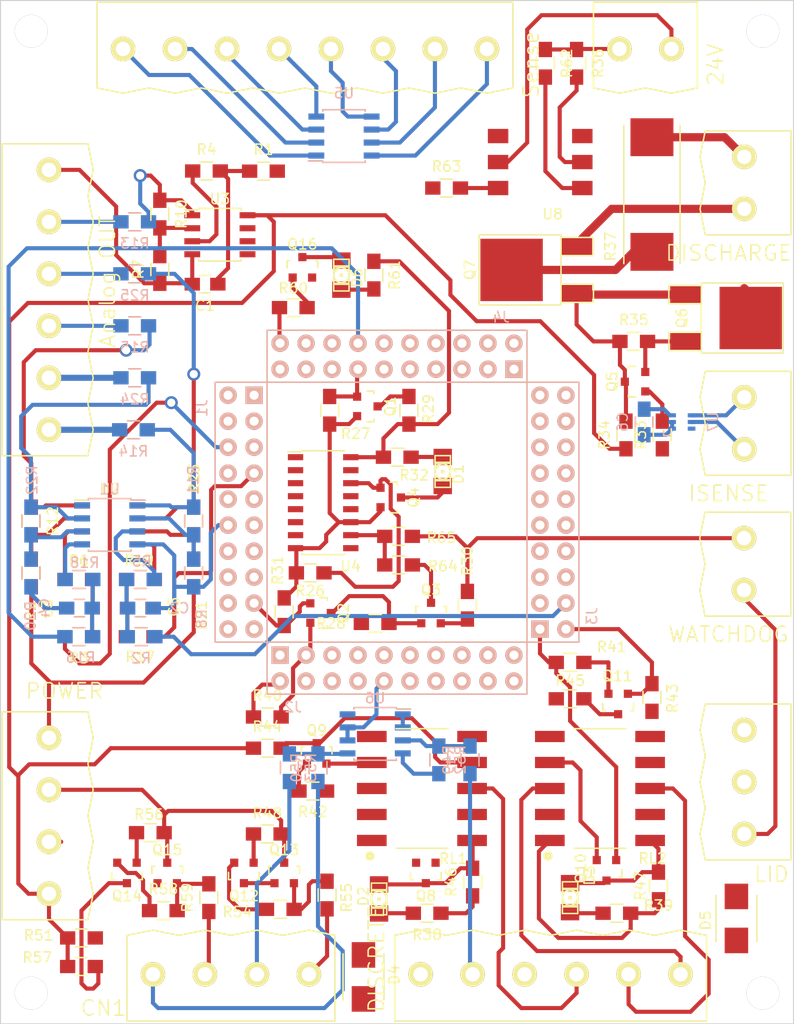
<source format=kicad_pcb>
(kicad_pcb (version 4) (host pcbnew no-vcs-found-product)
  (layers (0 F.Cu signal) (31 B.Cu signal hide) (34 B.Paste user) (35 F.Paste user) (36 B.SilkS user) (37 F.SilkS user) (38 B.Mask user) (39 F.Mask user) (44 Edge.Cuts user))
  (net 0 "")
  (net 1 "Net-(C1-Pad1)")
  (net 2 GND)
  (net 3 "Net-(C2-Pad1)")
  (net 4 "Net-(C3-Pad1)")
  (net 5 "Net-(C4-Pad1)")
  (net 6 "Net-(C5-Pad1)")
  (net 7 +3.3V)
  (net 8 "Net-(D1-Pad2)")
  (net 9 "Net-(D1-Pad1)")
  (net 10 "Net-(D2-Pad2)")
  (net 11 "Net-(D2-Pad1)")
  (net 12 "Net-(D3-Pad2)")
  (net 13 "Net-(D3-Pad1)")
  (net 14 +5V)
  (net 15 "Net-(D6-Pad2)")
  (net 16 "Net-(D6-Pad1)")
  (net 17 RH3)
  (net 18 RH2)
  (net 19 RE0)
  (net 20 RE1)
  (net 21 RG0)
  (net 22 RG1)
  (net 23 RG2)
  (net 24 RG3)
  (net 25 ~MCLR)
  (net 26 RG4)
  (net 27 RH4)
  (net 28 RH5)
  (net 29 RA3)
  (net 30 RA2)
  (net 31 RA1)
  (net 32 RA0)
  (net 33 RJ7)
  (net 34 RJ6)
  (net 35 RC3)
  (net 36 RC2)
  (net 37 RC4)
  (net 38 RC5)
  (net 39 RB7)
  (net 40 RA7)
  (net 41 RA6)
  (net 42 RJ0)
  (net 43 RJ1)
  (net 44 RD6)
  (net 45 RD7)
  (net 46 RD5)
  (net 47 RD4)
  (net 48 RD3)
  (net 49 RD2)
  (net 50 RD1)
  (net 51 +14V)
  (net 52 +24V)
  (net 53 DISCHARGE_POS)
  (net 54 DISCHARGE_NEG)
  (net 55 WDOG_OUT)
  (net 56 T1)
  (net 57 CN1_GND)
  (net 58 T2)
  (net 59 CN1_5V)
  (net 60 IFC)
  (net 61 Sense_SCK)
  (net 62 ~CSQ)
  (net 63 Sense_DATA)
  (net 64 IFA)
  (net 65 Sense_VDD)
  (net 66 Sense_GND)
  (net 67 IFB)
  (net 68 J4-1)
  (net 69 J4-2)
  (net 70 J4-5)
  (net 71 J4-6)
  (net 72 EPS_FAULT)
  (net 73 "Net-(J11-Pad6)")
  (net 74 LID)
  (net 75 TRIG)
  (net 76 AO0)
  (net 77 AO1)
  (net 78 AO2)
  (net 79 AO3)
  (net 80 AO4)
  (net 81 RIN)
  (net 82 ROUT)
  (net 83 "Net-(R4-Pad1)")
  (net 84 "Net-(R5-Pad1)")
  (net 85 "Net-(R6-Pad1)")
  (net 86 "Net-(R10-Pad2)")
  (net 87 "Net-(R11-Pad2)")
  (net 88 "Net-(R12-Pad2)")
  (net 89 "Net-(R10-Pad1)")
  (net 90 "Net-(R11-Pad1)")
  (net 91 "Net-(R12-Pad1)")
  (net 92 RE7)
  (net 93 "Net-(R18-Pad1)")
  (net 94 "Net-(R19-Pad1)")
  (net 95 "Net-(R20-Pad2)")
  (net 96 "Net-(R21-Pad2)")
  (net 97 "Net-(R22-Pad1)")
  (net 98 "Net-(R23-Pad1)")
  (net 99 RF2)
  (net 100 RE6)
  (net 101 "Net-(Q2-Pad3)")
  (net 102 WDOG_IN)
  (net 103 "Net-(Q3-Pad2)")
  (net 104 "Net-(Q4-Pad1)")
  (net 105 "Net-(Q5-Pad3)")
  (net 106 "Net-(Q7-Pad2)")
  (net 107 RE4)
  (net 108 RE5)
  (net 109 RE2)
  (net 110 RE3)
  (net 111 "Net-(Q9-Pad3)")
  (net 112 "Net-(Q11-Pad3)")
  (net 113 "Net-(R49-Pad1)")
  (net 114 "Net-(R50-Pad1)")
  (net 115 "Net-(Q12-Pad3)")
  (net 116 "Net-(Q13-Pad2)")
  (net 117 "Net-(Q14-Pad3)")
  (net 118 "Net-(Q15-Pad2)")
  (net 119 "Net-(Q16-Pad1)")
  (net 120 RH0)
  (net 121 "Net-(R62-Pad2)")
  (net 122 "Net-(R64-Pad1)")
  (net 123 "Net-(RL1-Pad2)")
  (net 124 "Net-(RL1-Pad5)")
  (net 125 "Net-(RL1-Pad6)")
  (net 126 "Net-(RL1-Pad9)")
  (net 127 "Net-(RL2-Pad2)")
  (net 128 "Net-(RL2-Pad5)")
  (net 129 "Net-(RL2-Pad6)")
  (net 130 "Net-(RL2-Pad9)")
  (net 131 "Net-(U4-Pad1)")
  (net 132 "Net-(U4-Pad2)")
  (net 133 "Net-(U4-Pad3)")
  (net 134 "Net-(U4-Pad4)")
  (net 135 "Net-(U4-Pad5)")
  (net 136 "Net-(U4-Pad6)")
  (net 137 "Net-(U4-Pad7)")
  (net 138 "Net-(U4-Pad9)")
  (net 139 "Net-(U4-Pad12)")
  (net 140 "Net-(U4-Pad13)")
  (net 141 RA4)
  (net 142 "Net-(U8-Pad3)")
  (net 143 "Net-(U8-Pad4)")
  (net 144 VDDCORE)
  (net 145 RF7)
  (net 146 RF6)
  (net 147 RF5)
  (net 148 RF4)
  (net 149 RF3)
  (net 150 RH7)
  (net 151 RH6)
  (net 152 "Net-(J2-Pad11)")
  (net 153 "Net-(J2-Pad12)")
  (net 154 RA5)
  (net 155 RC1)
  (net 156 RC0)
  (net 157 RC6)
  (net 158 RC7)
  (net 159 RJ4)
  (net 160 RJ5)
  (net 161 RB6)
  (net 162 RB5)
  (net 163 RB4)
  (net 164 RB3)
  (net 165 RB2)
  (net 166 RB1)
  (net 167 RB0)
  (net 168 RJ3)
  (net 169 RJ2)
  (net 170 RD0)
  (net 171 RH1)
  (net 172 "Net-(J3-Pad7)")
  (net 173 "Net-(J3-Pad12)")
  (net 174 "Net-(J4-Pad12)")
  (net 175 "Net-(U4-Pad15)")
  (module Capacitors_SMD:C_0805_HandSoldering (layer F.Cu) (at 69.99 77.72 180)
    (fp_text reference C1 (at 0 -2.1 180) (layer F.SilkS))
    (fp_text value C hide)
    (pad 1 smd rect (at -1.25 0 180) (size 1.5 1.25) (layers F.Cu F.Paste F.Mask) (net 1 "Net-(C1-Pad1)"))
    (pad 2 smd rect (at 1.25 0 180) (size 1.5 1.25) (layers F.Cu F.Paste F.Mask) (net 2 GND))
  )
  (module Capacitors_SMD:C_0805_HandSoldering (layer B.Cu) (at 63.6778 109.3724)
    (fp_text reference C2 (at 3.81 0) (layer B.SilkS) (effects (justify mirror)))
    (fp_text value C hide)
    (pad 1 smd rect (at -1.25 0) (size 1.5 1.25) (layers B.Cu B.Paste B.Mask) (net 3 "Net-(C2-Pad1)"))
    (pad 2 smd rect (at 1.25 0) (size 1.5 1.25) (layers B.Cu B.Paste B.Mask) (net 2 GND))
  )
  (module Capacitors_SMD:C_0805_HandSoldering (layer F.Cu) (at 57.7088 109.3724 180)
    (fp_text reference C3 (at 3.1496 -0.0508 270) (layer F.SilkS))
    (fp_text value C hide)
    (pad 1 smd rect (at -1.25 0 180) (size 1.5 1.25) (layers F.Cu F.Paste F.Mask) (net 4 "Net-(C3-Pad1)"))
    (pad 2 smd rect (at 1.25 0 180) (size 1.5 1.25) (layers F.Cu F.Paste F.Mask) (net 2 GND))
  )
  (module Capacitors_SMD:C_0805_HandSoldering (layer B.Cu) (at 57.7088 109.3724 180)
    (fp_text reference C4 (at 3.429 0 450) (layer B.SilkS) (effects (justify mirror)))
    (fp_text value C hide)
    (pad 1 smd rect (at -1.25 0 180) (size 1.5 1.25) (layers B.Cu B.Paste B.Mask) (net 5 "Net-(C4-Pad1)"))
    (pad 2 smd rect (at 1.25 0 180) (size 1.5 1.25) (layers B.Cu B.Paste B.Mask) (net 2 GND))
  )
  (module Capacitors_SMD:C_0805_HandSoldering (layer F.Cu) (at 63.6524 109.3724)
    (fp_text reference C5 (at 3.302 -0.127 90) (layer F.SilkS))
    (fp_text value C hide)
    (pad 1 smd rect (at -1.25 0) (size 1.5 1.25) (layers F.Cu F.Paste F.Mask) (net 6 "Net-(C5-Pad1)"))
    (pad 2 smd rect (at 1.25 0) (size 1.5 1.25) (layers F.Cu F.Paste F.Mask) (net 2 GND))
  )
  (module Capacitors_SMD:C_0805_HandSoldering (layer B.Cu) (at 112.903 91.186 270)
    (fp_text reference C6 (at 0 2.1 270) (layer B.SilkS) (effects (justify mirror)))
    (fp_text value C_Small hide)
    (pad 1 smd rect (at -1.25 0 270) (size 1.5 1.25) (layers B.Cu B.Paste B.Mask) (net 7 +3.3V))
    (pad 2 smd rect (at 1.25 0 270) (size 1.5 1.25) (layers B.Cu B.Paste B.Mask) (net 2 GND))
  )
  (module LEDs:LED-1206 (layer F.Cu) (at 93.218 96.0247 270)
    (fp_text reference D1 (at 0.254 -1.524 270) (layer F.SilkS))
    (fp_text value LED)
    (pad 2 smd rect (at 1.41986 0 90) (size 1.59766 1.80086) (layers F.Cu F.Paste F.Mask) (net 8 "Net-(D1-Pad2)"))
    (pad 1 smd rect (at -1.41986 0 90) (size 1.59766 1.80086) (layers F.Cu F.Paste F.Mask) (net 9 "Net-(D1-Pad1)"))
  )
  (module LEDs:LED-1206 (layer F.Cu) (at 86.995 137.795 90)
    (fp_text reference D2 (at 0.254 -1.524 90) (layer F.SilkS))
    (fp_text value LED hide)
    (pad 2 smd rect (at 1.41986 0 270) (size 1.59766 1.80086) (layers F.Cu F.Paste F.Mask) (net 10 "Net-(D2-Pad2)"))
    (pad 1 smd rect (at -1.41986 0 270) (size 1.59766 1.80086) (layers F.Cu F.Paste F.Mask) (net 11 "Net-(D2-Pad1)"))
  )
  (module LEDs:LED-1206 (layer F.Cu) (at 105.664 137.668 90)
    (fp_text reference D3 (at 2.159 1.905 90) (layer F.SilkS))
    (fp_text value LED hide)
    (pad 2 smd rect (at 1.41986 0 270) (size 1.59766 1.80086) (layers F.Cu F.Paste F.Mask) (net 12 "Net-(D3-Pad2)"))
    (pad 1 smd rect (at -1.41986 0 270) (size 1.59766 1.80086) (layers F.Cu F.Paste F.Mask) (net 13 "Net-(D3-Pad1)"))
  )
  (module LEDs:LED-1206 (layer F.Cu) (at 83.312 76.835 270)
    (fp_text reference D6 (at 0.254 -1.524 270) (layer F.SilkS))
    (fp_text value LED)
    (pad 2 smd rect (at 1.41986 0 90) (size 1.59766 1.80086) (layers F.Cu F.Paste F.Mask) (net 15 "Net-(D6-Pad2)"))
    (pad 1 smd rect (at -1.41986 0 90) (size 1.59766 1.80086) (layers F.Cu F.Paste F.Mask) (net 16 "Net-(D6-Pad1)"))
  )
  (module Resistors_SMD:R_0805_HandSoldering (layer F.Cu) (at 75.696 66.675)
    (fp_text reference R1 (at 0 -2.1) (layer F.SilkS))
    (fp_text value R hide)
    (pad 1 smd rect (at -1.35 0) (size 1.5 1.3) (layers F.Cu F.Paste F.Mask) (net 1 "Net-(C1-Pad1)"))
    (pad 2 smd rect (at 1.35 0) (size 1.5 1.3) (layers F.Cu F.Paste F.Mask) (net 26 RG4))
  )
  (module Resistors_SMD:R_0805_HandSoldering (layer B.Cu) (at 63.7413 112.1664)
    (fp_text reference R2 (at 0 2.1) (layer B.SilkS) (effects (justify mirror)))
    (fp_text value R hide)
    (pad 1 smd rect (at -1.35 0) (size 1.5 1.3) (layers B.Cu B.Paste B.Mask) (net 3 "Net-(C2-Pad1)"))
    (pad 2 smd rect (at 1.35 0) (size 1.5 1.3) (layers B.Cu B.Paste B.Mask) (net 36 RC2))
  )
  (module Resistors_SMD:R_0805_HandSoldering (layer F.Cu) (at 57.6453 112.1664 180)
    (fp_text reference R3 (at 0 -2.1 180) (layer F.SilkS))
    (fp_text value R hide)
    (pad 1 smd rect (at -1.35 0 180) (size 1.5 1.3) (layers F.Cu F.Paste F.Mask) (net 4 "Net-(C3-Pad1)"))
    (pad 2 smd rect (at 1.35 0 180) (size 1.5 1.3) (layers F.Cu F.Paste F.Mask) (net 21 RG0))
  )
  (module Resistors_SMD:R_0805_HandSoldering (layer F.Cu) (at 70.13 66.66)
    (fp_text reference R4 (at 0 -2.1) (layer F.SilkS))
    (fp_text value R hide)
    (pad 1 smd rect (at -1.35 0) (size 1.5 1.3) (layers F.Cu F.Paste F.Mask) (net 83 "Net-(R4-Pad1)"))
    (pad 2 smd rect (at 1.35 0) (size 1.5 1.3) (layers F.Cu F.Paste F.Mask) (net 1 "Net-(C1-Pad1)"))
  )
  (module Resistors_SMD:R_0805_HandSoldering (layer B.Cu) (at 63.6708 106.5784 180)
    (fp_text reference R5 (at -0.134 1.778 180) (layer B.SilkS) (effects (justify mirror)))
    (fp_text value R hide)
    (pad 1 smd rect (at -1.35 0 180) (size 1.5 1.3) (layers B.Cu B.Paste B.Mask) (net 84 "Net-(R5-Pad1)"))
    (pad 2 smd rect (at 1.35 0 180) (size 1.5 1.3) (layers B.Cu B.Paste B.Mask) (net 3 "Net-(C2-Pad1)"))
  )
  (module Resistors_SMD:R_0805_HandSoldering (layer F.Cu) (at 57.6453 106.5784)
    (fp_text reference R6 (at 0 -1.8415) (layer F.SilkS))
    (fp_text value R hide)
    (pad 1 smd rect (at -1.35 0) (size 1.5 1.3) (layers F.Cu F.Paste F.Mask) (net 85 "Net-(R6-Pad1)"))
    (pad 2 smd rect (at 1.35 0) (size 1.5 1.3) (layers F.Cu F.Paste F.Mask) (net 4 "Net-(C3-Pad1)"))
  )
  (module Resistors_SMD:R_0805_HandSoldering (layer F.Cu) (at 65.57 76.28 90)
    (fp_text reference R7 (at 0 -2.1 90) (layer F.SilkS))
    (fp_text value R hide)
    (pad 1 smd rect (at -1.35 0 90) (size 1.5 1.3) (layers F.Cu F.Paste F.Mask) (net 2 GND))
    (pad 2 smd rect (at 1.35 0 90) (size 1.5 1.3) (layers F.Cu F.Paste F.Mask) (net 86 "Net-(R10-Pad2)"))
  )
  (module Resistors_SMD:R_0805_HandSoldering (layer B.Cu) (at 68.8708 105.9434 90)
    (fp_text reference R8 (at -4.4958 0.776 90) (layer B.SilkS) (effects (justify mirror)))
    (fp_text value R hide)
    (pad 1 smd rect (at -1.35 0 90) (size 1.5 1.3) (layers B.Cu B.Paste B.Mask) (net 2 GND))
    (pad 2 smd rect (at 1.35 0 90) (size 1.5 1.3) (layers B.Cu B.Paste B.Mask) (net 87 "Net-(R11-Pad2)"))
  )
  (module Resistors_SMD:R_0805_HandSoldering (layer F.Cu) (at 53.0098 105.9434 90)
    (fp_text reference R9 (at -3.7338 -0.0762 90) (layer F.SilkS))
    (fp_text value R hide)
    (pad 1 smd rect (at -1.35 0 90) (size 1.5 1.3) (layers F.Cu F.Paste F.Mask) (net 2 GND))
    (pad 2 smd rect (at 1.35 0 90) (size 1.5 1.3) (layers F.Cu F.Paste F.Mask) (net 88 "Net-(R12-Pad2)"))
  )
  (module Resistors_SMD:R_0805_HandSoldering (layer F.Cu) (at 65.57 70.87 270)
    (fp_text reference R10 (at 0 -2.1 270) (layer F.SilkS))
    (fp_text value R hide)
    (pad 1 smd rect (at -1.35 0 270) (size 1.5 1.3) (layers F.Cu F.Paste F.Mask) (net 89 "Net-(R10-Pad1)"))
    (pad 2 smd rect (at 1.35 0 270) (size 1.5 1.3) (layers F.Cu F.Paste F.Mask) (net 86 "Net-(R10-Pad2)"))
  )
  (module Resistors_SMD:R_0805_HandSoldering (layer B.Cu) (at 68.8708 100.8634 270)
    (fp_text reference R11 (at -3.9878 0.0368 270) (layer B.SilkS) (effects (justify mirror)))
    (fp_text value R hide)
    (pad 1 smd rect (at -1.35 0 270) (size 1.5 1.3) (layers B.Cu B.Paste B.Mask) (net 90 "Net-(R11-Pad1)"))
    (pad 2 smd rect (at 1.35 0 270) (size 1.5 1.3) (layers B.Cu B.Paste B.Mask) (net 87 "Net-(R11-Pad2)"))
  )
  (module Resistors_SMD:R_0805_HandSoldering (layer F.Cu) (at 53.0098 100.8634 270)
    (fp_text reference R12 (at 0 -2.1 270) (layer F.SilkS))
    (fp_text value R hide)
    (pad 1 smd rect (at -1.35 0 270) (size 1.5 1.3) (layers F.Cu F.Paste F.Mask) (net 91 "Net-(R12-Pad1)"))
    (pad 2 smd rect (at 1.35 0 270) (size 1.5 1.3) (layers F.Cu F.Paste F.Mask) (net 88 "Net-(R12-Pad2)"))
  )
  (module Resistors_SMD:R_0805_HandSoldering (layer B.Cu) (at 63.119 71.628)
    (fp_text reference R13 (at 0 2.1) (layer B.SilkS) (effects (justify mirror)))
    (fp_text value R hide)
    (pad 1 smd rect (at -1.35 0) (size 1.5 1.3) (layers B.Cu B.Paste B.Mask) (net 80 AO4))
    (pad 2 smd rect (at 1.35 0) (size 1.5 1.3) (layers B.Cu B.Paste B.Mask) (net 89 "Net-(R10-Pad1)"))
  )
  (module Resistors_SMD:R_0805_HandSoldering (layer B.Cu) (at 62.992 91.948)
    (fp_text reference R14 (at 0 2.1) (layer B.SilkS) (effects (justify mirror)))
    (fp_text value R hide)
    (pad 1 smd rect (at -1.35 0) (size 1.5 1.3) (layers B.Cu B.Paste B.Mask) (net 76 AO0))
    (pad 2 smd rect (at 1.35 0) (size 1.5 1.3) (layers B.Cu B.Paste B.Mask) (net 90 "Net-(R11-Pad1)"))
  )
  (module Resistors_SMD:R_0805_HandSoldering (layer B.Cu) (at 63.119 81.788)
    (fp_text reference R15 (at 0 2.1) (layer B.SilkS) (effects (justify mirror)))
    (fp_text value R hide)
    (pad 1 smd rect (at -1.35 0) (size 1.5 1.3) (layers B.Cu B.Paste B.Mask) (net 78 AO2))
    (pad 2 smd rect (at 1.35 0) (size 1.5 1.3) (layers B.Cu B.Paste B.Mask) (net 91 "Net-(R12-Pad1)"))
  )
  (module Resistors_SMD:R_0805_HandSoldering (layer B.Cu) (at 57.6453 112.1664 180)
    (fp_text reference R16 (at -0.1905 -2.032 180) (layer B.SilkS) (effects (justify mirror)))
    (fp_text value R hide)
    (pad 1 smd rect (at -1.35 0 180) (size 1.5 1.3) (layers B.Cu B.Paste B.Mask) (net 5 "Net-(C4-Pad1)"))
    (pad 2 smd rect (at 1.35 0 180) (size 1.5 1.3) (layers B.Cu B.Paste B.Mask) (net 92 RE7))
  )
  (module Resistors_SMD:R_0805_HandSoldering (layer F.Cu) (at 63.6524 112.1664)
    (fp_text reference R17 (at 0 1.9812 180) (layer F.SilkS))
    (fp_text value R hide)
    (pad 1 smd rect (at -1.35 0) (size 1.5 1.3) (layers F.Cu F.Paste F.Mask) (net 6 "Net-(C5-Pad1)"))
    (pad 2 smd rect (at 1.35 0) (size 1.5 1.3) (layers F.Cu F.Paste F.Mask) (net 24 RG3))
  )
  (module Resistors_SMD:R_0805_HandSoldering (layer B.Cu) (at 57.6708 106.5784)
    (fp_text reference R18 (at 0.546 -1.651 180) (layer B.SilkS) (effects (justify mirror)))
    (fp_text value R hide)
    (pad 1 smd rect (at -1.35 0) (size 1.5 1.3) (layers B.Cu B.Paste B.Mask) (net 93 "Net-(R18-Pad1)"))
    (pad 2 smd rect (at 1.35 0) (size 1.5 1.3) (layers B.Cu B.Paste B.Mask) (net 5 "Net-(C4-Pad1)"))
  )
  (module Resistors_SMD:R_0805_HandSoldering (layer F.Cu) (at 63.6778 106.5784 180)
    (fp_text reference R19 (at 0.127 1.905 180) (layer F.SilkS))
    (fp_text value R hide)
    (pad 1 smd rect (at -1.35 0 180) (size 1.5 1.3) (layers F.Cu F.Paste F.Mask) (net 94 "Net-(R19-Pad1)"))
    (pad 2 smd rect (at 1.35 0 180) (size 1.5 1.3) (layers F.Cu F.Paste F.Mask) (net 6 "Net-(C5-Pad1)"))
  )
  (module Resistors_SMD:R_0805_HandSoldering (layer B.Cu) (at 52.9708 105.9434 90)
    (fp_text reference R20 (at -4.191 -0.0372 90) (layer B.SilkS) (effects (justify mirror)))
    (fp_text value R hide)
    (pad 1 smd rect (at -1.35 0 90) (size 1.5 1.3) (layers B.Cu B.Paste B.Mask) (net 2 GND))
    (pad 2 smd rect (at 1.35 0 90) (size 1.5 1.3) (layers B.Cu B.Paste B.Mask) (net 95 "Net-(R20-Pad2)"))
  )
  (module Resistors_SMD:R_0805_HandSoldering (layer F.Cu) (at 68.8848 105.9434 90)
    (fp_text reference R21 (at -4.1402 0.762 270) (layer F.SilkS))
    (fp_text value R hide)
    (pad 1 smd rect (at -1.35 0 90) (size 1.5 1.3) (layers F.Cu F.Paste F.Mask) (net 2 GND))
    (pad 2 smd rect (at 1.35 0 90) (size 1.5 1.3) (layers F.Cu F.Paste F.Mask) (net 96 "Net-(R21-Pad2)"))
  )
  (module Resistors_SMD:R_0805_HandSoldering (layer B.Cu) (at 52.9708 100.8634 270)
    (fp_text reference R22 (at -3.9878 -0.1152 270) (layer B.SilkS) (effects (justify mirror)))
    (fp_text value R hide)
    (pad 1 smd rect (at -1.35 0 270) (size 1.5 1.3) (layers B.Cu B.Paste B.Mask) (net 97 "Net-(R22-Pad1)"))
    (pad 2 smd rect (at 1.35 0 270) (size 1.5 1.3) (layers B.Cu B.Paste B.Mask) (net 95 "Net-(R20-Pad2)"))
  )
  (module Resistors_SMD:R_0805_HandSoldering (layer F.Cu) (at 68.8848 100.8634 270)
    (fp_text reference R23 (at -4.1402 -0.0508 270) (layer F.SilkS))
    (fp_text value R hide)
    (pad 1 smd rect (at -1.35 0 270) (size 1.5 1.3) (layers F.Cu F.Paste F.Mask) (net 98 "Net-(R23-Pad1)"))
    (pad 2 smd rect (at 1.35 0 270) (size 1.5 1.3) (layers F.Cu F.Paste F.Mask) (net 96 "Net-(R21-Pad2)"))
  )
  (module Resistors_SMD:R_0805_HandSoldering (layer B.Cu) (at 63.119 86.868)
    (fp_text reference R24 (at 0 2.1) (layer B.SilkS) (effects (justify mirror)))
    (fp_text value R hide)
    (pad 1 smd rect (at -1.35 0) (size 1.5 1.3) (layers B.Cu B.Paste B.Mask) (net 77 AO1))
    (pad 2 smd rect (at 1.35 0) (size 1.5 1.3) (layers B.Cu B.Paste B.Mask) (net 97 "Net-(R22-Pad1)"))
  )
  (module Resistors_SMD:R_0805_HandSoldering (layer B.Cu) (at 63.119 76.708)
    (fp_text reference R25 (at 0 2.1) (layer B.SilkS) (effects (justify mirror)))
    (fp_text value R hide)
    (pad 1 smd rect (at -1.35 0) (size 1.5 1.3) (layers B.Cu B.Paste B.Mask) (net 79 AO3))
    (pad 2 smd rect (at 1.35 0) (size 1.5 1.3) (layers B.Cu B.Paste B.Mask) (net 98 "Net-(R23-Pad1)"))
  )
  (module Resistors_SMD:R_0805_HandSoldering (layer F.Cu) (at 77.724 109.728 90)
    (fp_text reference R26 (at 2.032 2.54 180) (layer F.SilkS))
    (fp_text value R hide)
    (pad 1 smd rect (at -1.35 0 90) (size 1.5 1.3) (layers F.Cu F.Paste F.Mask) (net 99 RF2))
    (pad 2 smd rect (at 1.35 0 90) (size 1.5 1.3) (layers F.Cu F.Paste F.Mask) (net 2 GND))
  )
  (module Resistors_SMD:R_0805_HandSoldering (layer F.Cu) (at 82.169 90.043 270)
    (fp_text reference R27 (at 2.286 -2.54 360) (layer F.SilkS))
    (fp_text value R hide)
    (pad 1 smd rect (at -1.35 0 270) (size 1.5 1.3) (layers F.Cu F.Paste F.Mask) (net 100 RE6))
    (pad 2 smd rect (at 1.35 0 270) (size 1.5 1.3) (layers F.Cu F.Paste F.Mask) (net 2 GND))
  )
  (module Resistors_SMD:R_0805_HandSoldering (layer F.Cu) (at 86.614 110.871)
    (fp_text reference R28 (at -4.318 0) (layer F.SilkS))
    (fp_text value R hide)
    (pad 1 smd rect (at -1.35 0) (size 1.5 1.3) (layers F.Cu F.Paste F.Mask) (net 51 +14V))
    (pad 2 smd rect (at 1.35 0) (size 1.5 1.3) (layers F.Cu F.Paste F.Mask) (net 101 "Net-(Q2-Pad3)"))
  )
  (module Resistors_SMD:R_0805_HandSoldering (layer F.Cu) (at 89.916 90.043 90)
    (fp_text reference R29 (at 0.127 1.905 90) (layer F.SilkS))
    (fp_text value R hide)
    (pad 1 smd rect (at -1.35 0 90) (size 1.5 1.3) (layers F.Cu F.Paste F.Mask) (net 7 +3.3V))
    (pad 2 smd rect (at 1.35 0 90) (size 1.5 1.3) (layers F.Cu F.Paste F.Mask) (net 102 WDOG_IN))
  )
  (module Resistors_SMD:R_0805_HandSoldering (layer F.Cu) (at 95.631 109.093 270)
    (fp_text reference R30 (at -4.318 0 270) (layer F.SilkS))
    (fp_text value R hide)
    (pad 1 smd rect (at -1.35 0 270) (size 1.5 1.3) (layers F.Cu F.Paste F.Mask) (net 55 WDOG_OUT))
    (pad 2 smd rect (at 1.35 0 270) (size 1.5 1.3) (layers F.Cu F.Paste F.Mask) (net 103 "Net-(Q3-Pad2)"))
  )
  (module Resistors_SMD:R_0805_HandSoldering (layer F.Cu) (at 80.264 105.9307 180)
    (fp_text reference R31 (at 3.175 0.2667 270) (layer F.SilkS))
    (fp_text value R hide)
    (pad 1 smd rect (at -1.35 0 180) (size 1.5 1.3) (layers F.Cu F.Paste F.Mask) (net 104 "Net-(Q4-Pad1)"))
    (pad 2 smd rect (at 1.35 0 180) (size 1.5 1.3) (layers F.Cu F.Paste F.Mask) (net 2 GND))
  )
  (module Resistors_SMD:R_0805_HandSoldering (layer F.Cu) (at 88.773 94.6277)
    (fp_text reference R32 (at 1.651 1.7653) (layer F.SilkS))
    (fp_text value R hide)
    (pad 1 smd rect (at -1.35 0) (size 1.5 1.3) (layers F.Cu F.Paste F.Mask) (net 7 +3.3V))
    (pad 2 smd rect (at 1.35 0) (size 1.5 1.3) (layers F.Cu F.Paste F.Mask) (net 9 "Net-(D1-Pad1)"))
  )
  (module Resistors_SMD:R_0805_HandSoldering (layer F.Cu) (at 114.681 92.456 90)
    (fp_text reference R33 (at 0 -2.1 90) (layer F.SilkS))
    (fp_text value 10K hide)
    (pad 1 smd rect (at -1.35 0 90) (size 1.5 1.3) (layers F.Cu F.Paste F.Mask) (net 7 +3.3V))
    (pad 2 smd rect (at 1.35 0 90) (size 1.5 1.3) (layers F.Cu F.Paste F.Mask) (net 168 RJ3))
  )
  (module Resistors_SMD:R_0805_HandSoldering (layer F.Cu) (at 111.125 92.456 90)
    (fp_text reference R34 (at 0 -2.1 90) (layer F.SilkS))
    (fp_text value 10K hide)
    (pad 1 smd rect (at -1.35 0 90) (size 1.5 1.3) (layers F.Cu F.Paste F.Mask) (net 51 +14V))
    (pad 2 smd rect (at 1.35 0 90) (size 1.5 1.3) (layers F.Cu F.Paste F.Mask) (net 105 "Net-(Q5-Pad3)"))
  )
  (module Resistors_SMD:R_0805_HandSoldering (layer F.Cu) (at 111.887 83.312)
    (fp_text reference R35 (at 0 -2.1) (layer F.SilkS))
    (fp_text value 10K hide)
    (pad 1 smd rect (at -1.35 0) (size 1.5 1.3) (layers F.Cu F.Paste F.Mask) (net 105 "Net-(Q5-Pad3)"))
    (pad 2 smd rect (at 1.35 0) (size 1.5 1.3) (layers F.Cu F.Paste F.Mask) (net 2 GND))
  )
  (module Resistors_SMD:R_0805_HandSoldering (layer F.Cu) (at 106.299 56.134 270)
    (fp_text reference R36 (at 0 -2.1 270) (layer F.SilkS))
    (fp_text value R hide)
    (pad 1 smd rect (at -1.35 0 270) (size 1.5 1.3) (layers F.Cu F.Paste F.Mask) (net 52 +24V))
    (pad 2 smd rect (at 1.35 0 270) (size 1.5 1.3) (layers F.Cu F.Paste F.Mask) (net 74 LID))
  )
  (module Resistors_SMD:R_0805_HandSoldering (layer F.Cu) (at 91.694 139.192 180)
    (fp_text reference R38 (at 0 -2.1 180) (layer F.SilkS))
    (fp_text value 10K hide)
    (pad 1 smd rect (at -1.35 0 180) (size 1.5 1.3) (layers F.Cu F.Paste F.Mask) (net 14 +5V))
    (pad 2 smd rect (at 1.35 0 180) (size 1.5 1.3) (layers F.Cu F.Paste F.Mask) (net 11 "Net-(D2-Pad1)"))
  )
  (module Resistors_SMD:R_0805_HandSoldering (layer F.Cu) (at 110.236 139.192 180)
    (fp_text reference R39 (at -4.064 0.762 180) (layer F.SilkS))
    (fp_text value 10K hide)
    (pad 1 smd rect (at -1.35 0 180) (size 1.5 1.3) (layers F.Cu F.Paste F.Mask) (net 14 +5V))
    (pad 2 smd rect (at 1.35 0 180) (size 1.5 1.3) (layers F.Cu F.Paste F.Mask) (net 13 "Net-(D3-Pad1)"))
  )
  (module Resistors_SMD:R_0805_HandSoldering (layer F.Cu) (at 76.073 120.015)
    (fp_text reference R40 (at 0 -2.1) (layer F.SilkS))
    (fp_text value 10K hide)
    (pad 1 smd rect (at -1.35 0) (size 1.5 1.3) (layers F.Cu F.Paste F.Mask) (net 28 RH5))
    (pad 2 smd rect (at 1.35 0) (size 1.5 1.3) (layers F.Cu F.Paste F.Mask) (net 2 GND))
  )
  (module Resistors_SMD:R_0805_HandSoldering (layer F.Cu) (at 105.664 114.681)
    (fp_text reference R41 (at 4.064 -1.524) (layer F.SilkS))
    (fp_text value 10K hide)
    (pad 1 smd rect (at -1.35 0) (size 1.5 1.3) (layers F.Cu F.Paste F.Mask) (net 33 RJ7))
    (pad 2 smd rect (at 1.35 0) (size 1.5 1.3) (layers F.Cu F.Paste F.Mask) (net 2 GND))
  )
  (module Resistors_SMD:R_0805_HandSoldering (layer F.Cu) (at 80.518 127.254)
    (fp_text reference R42 (at 0 2.032) (layer F.SilkS))
    (fp_text value 10K hide)
    (pad 1 smd rect (at -1.35 0) (size 1.5 1.3) (layers F.Cu F.Paste F.Mask) (net 27 RH4))
    (pad 2 smd rect (at 1.35 0) (size 1.5 1.3) (layers F.Cu F.Paste F.Mask) (net 2 GND))
  )
  (module Resistors_SMD:R_0805_HandSoldering (layer F.Cu) (at 113.665 118.11 270)
    (fp_text reference R43 (at 0.08 -2.005 270) (layer F.SilkS))
    (fp_text value 10K hide)
    (pad 1 smd rect (at -1.35 0 270) (size 1.5 1.3) (layers F.Cu F.Paste F.Mask) (net 34 RJ6))
    (pad 2 smd rect (at 1.35 0 270) (size 1.5 1.3) (layers F.Cu F.Paste F.Mask) (net 2 GND))
  )
  (module Resistors_SMD:R_0805_HandSoldering (layer F.Cu) (at 76.073 123.063)
    (fp_text reference R44 (at 0 -2.1) (layer F.SilkS))
    (fp_text value 10K hide)
    (pad 1 smd rect (at -1.35 0) (size 1.5 1.3) (layers F.Cu F.Paste F.Mask) (net 51 +14V))
    (pad 2 smd rect (at 1.35 0) (size 1.5 1.3) (layers F.Cu F.Paste F.Mask) (net 111 "Net-(Q9-Pad3)"))
  )
  (module Resistors_SMD:R_0805_HandSoldering (layer F.Cu) (at 105.664 118.237)
    (fp_text reference R45 (at 0 -1.778) (layer F.SilkS))
    (fp_text value 10K hide)
    (pad 1 smd rect (at -1.35 0) (size 1.5 1.3) (layers F.Cu F.Paste F.Mask) (net 51 +14V))
    (pad 2 smd rect (at 1.35 0) (size 1.5 1.3) (layers F.Cu F.Paste F.Mask) (net 112 "Net-(Q11-Pad3)"))
  )
  (module Resistors_SMD:R_0805_HandSoldering (layer F.Cu) (at 96.139 136.144 90)
    (fp_text reference R46 (at 0 -2.1 90) (layer F.SilkS))
    (fp_text value 10K hide)
    (pad 1 smd rect (at -1.35 0 90) (size 1.5 1.3) (layers F.Cu F.Paste F.Mask) (net 14 +5V))
    (pad 2 smd rect (at 1.35 0 90) (size 1.5 1.3) (layers F.Cu F.Paste F.Mask) (net 10 "Net-(D2-Pad2)"))
  )
  (module Resistors_SMD:R_0805_HandSoldering (layer F.Cu) (at 114.3 136.525 90)
    (fp_text reference R47 (at 0 -1.778 90) (layer F.SilkS))
    (fp_text value 10K hide)
    (pad 1 smd rect (at -1.35 0 90) (size 1.5 1.3) (layers F.Cu F.Paste F.Mask) (net 14 +5V))
    (pad 2 smd rect (at 1.35 0 90) (size 1.5 1.3) (layers F.Cu F.Paste F.Mask) (net 12 "Net-(D3-Pad2)"))
  )
  (module Resistors_SMD:R_0805_HandSoldering (layer F.Cu) (at 76.073 131.445 180)
    (fp_text reference R48 (at 0 2.032 180) (layer F.SilkS))
    (fp_text value 10K hide)
    (pad 1 smd rect (at -1.35 0 180) (size 1.5 1.3) (layers F.Cu F.Paste F.Mask) (net 7 +3.3V))
    (pad 2 smd rect (at 1.35 0 180) (size 1.5 1.3) (layers F.Cu F.Paste F.Mask) (net 22 RG1))
  )
  (module Resistors_SMD:R_0805_HandSoldering (layer B.Cu) (at 95.885 124.206 270)
    (fp_text reference R49 (at 0 2.1 270) (layer B.SilkS) (effects (justify mirror)))
    (fp_text value 56K hide)
    (pad 1 smd rect (at -1.35 0 270) (size 1.5 1.3) (layers B.Cu B.Paste B.Mask) (net 113 "Net-(R49-Pad1)"))
    (pad 2 smd rect (at 1.35 0 270) (size 1.5 1.3) (layers B.Cu B.Paste B.Mask) (net 72 EPS_FAULT))
  )
  (module Resistors_SMD:R_0805_HandSoldering (layer B.Cu) (at 81.026 124.968 270)
    (fp_text reference R50 (at 0 2.1 270) (layer B.SilkS) (effects (justify mirror)))
    (fp_text value 10K hide)
    (pad 1 smd rect (at -1.35 0 270) (size 1.5 1.3) (layers B.Cu B.Paste B.Mask) (net 114 "Net-(R50-Pad1)"))
    (pad 2 smd rect (at 1.35 0 270) (size 1.5 1.3) (layers B.Cu B.Paste B.Mask) (net 59 CN1_5V))
  )
  (module Resistors_SMD:R_0805_HandSoldering (layer F.Cu) (at 57.912 141.605)
    (fp_text reference R51 (at -4.191 -0.254) (layer F.SilkS))
    (fp_text value 10K hide)
    (pad 1 smd rect (at -1.35 0) (size 1.5 1.3) (layers F.Cu F.Paste F.Mask) (net 51 +14V))
    (pad 2 smd rect (at 1.35 0) (size 1.5 1.3) (layers F.Cu F.Paste F.Mask) (net 115 "Net-(Q12-Pad3)"))
  )
  (module Resistors_SMD:R_0805_HandSoldering (layer B.Cu) (at 92.837 124.206 90)
    (fp_text reference R52 (at 0 2.1 90) (layer B.SilkS) (effects (justify mirror)))
    (fp_text value 10K hide)
    (pad 1 smd rect (at -1.35 0 90) (size 1.5 1.3) (layers B.Cu B.Paste B.Mask) (net 2 GND))
    (pad 2 smd rect (at 1.35 0 90) (size 1.5 1.3) (layers B.Cu B.Paste B.Mask) (net 113 "Net-(R49-Pad1)"))
  )
  (module Resistors_SMD:R_0805_HandSoldering (layer B.Cu) (at 78.232 124.968 90)
    (fp_text reference R53 (at 0 2.1 90) (layer B.SilkS) (effects (justify mirror)))
    (fp_text value 10K hide)
    (pad 1 smd rect (at -1.35 0 90) (size 1.5 1.3) (layers B.Cu B.Paste B.Mask) (net 57 CN1_GND))
    (pad 2 smd rect (at 1.35 0 90) (size 1.5 1.3) (layers B.Cu B.Paste B.Mask) (net 114 "Net-(R50-Pad1)"))
  )
  (module Resistors_SMD:R_0805_HandSoldering (layer F.Cu) (at 77.343 138.811)
    (fp_text reference R54 (at -4.191 0.254) (layer F.SilkS))
    (fp_text value 1K hide)
    (pad 1 smd rect (at -1.35 0) (size 1.5 1.3) (layers F.Cu F.Paste F.Mask) (net 2 GND))
    (pad 2 smd rect (at 1.35 0) (size 1.5 1.3) (layers F.Cu F.Paste F.Mask) (net 116 "Net-(Q13-Pad2)"))
  )
  (module Resistors_SMD:R_0805_HandSoldering (layer F.Cu) (at 81.915 137.414 90)
    (fp_text reference R55 (at -0.254 1.905 90) (layer F.SilkS))
    (fp_text value 100 hide)
    (pad 1 smd rect (at -1.35 0 90) (size 1.5 1.3) (layers F.Cu F.Paste F.Mask) (net 56 T1))
    (pad 2 smd rect (at 1.35 0 90) (size 1.5 1.3) (layers F.Cu F.Paste F.Mask) (net 116 "Net-(Q13-Pad2)"))
  )
  (module Resistors_SMD:R_0805_HandSoldering (layer F.Cu) (at 64.643 131.318 180)
    (fp_text reference R56 (at 0.127 1.778 180) (layer F.SilkS))
    (fp_text value 10K hide)
    (pad 1 smd rect (at -1.35 0 180) (size 1.5 1.3) (layers F.Cu F.Paste F.Mask) (net 7 +3.3V))
    (pad 2 smd rect (at 1.35 0 180) (size 1.5 1.3) (layers F.Cu F.Paste F.Mask) (net 23 RG2))
  )
  (module Resistors_SMD:R_0805_HandSoldering (layer F.Cu) (at 57.912 144.399)
    (fp_text reference R57 (at -4.318 -0.889) (layer F.SilkS))
    (fp_text value 10K hide)
    (pad 1 smd rect (at -1.35 0) (size 1.5 1.3) (layers F.Cu F.Paste F.Mask) (net 51 +14V))
    (pad 2 smd rect (at 1.35 0) (size 1.5 1.3) (layers F.Cu F.Paste F.Mask) (net 117 "Net-(Q14-Pad3)"))
  )
  (module Resistors_SMD:R_0805_HandSoldering (layer F.Cu) (at 65.913 138.938)
    (fp_text reference R58 (at 0 -2.1) (layer F.SilkS))
    (fp_text value 1K hide)
    (pad 1 smd rect (at -1.35 0) (size 1.5 1.3) (layers F.Cu F.Paste F.Mask) (net 2 GND))
    (pad 2 smd rect (at 1.35 0) (size 1.5 1.3) (layers F.Cu F.Paste F.Mask) (net 118 "Net-(Q15-Pad2)"))
  )
  (module Resistors_SMD:R_0805_HandSoldering (layer F.Cu) (at 70.358 137.668 90)
    (fp_text reference R59 (at 0 -2.1 90) (layer F.SilkS))
    (fp_text value 100 hide)
    (pad 1 smd rect (at -1.35 0 90) (size 1.5 1.3) (layers F.Cu F.Paste F.Mask) (net 58 T2))
    (pad 2 smd rect (at 1.35 0 90) (size 1.5 1.3) (layers F.Cu F.Paste F.Mask) (net 118 "Net-(Q15-Pad2)"))
  )
  (module Resistors_SMD:R_0805_HandSoldering (layer F.Cu) (at 78.613 80.01 180)
    (fp_text reference R60 (at 0 1.905 180) (layer F.SilkS))
    (fp_text value R hide)
    (pad 1 smd rect (at -1.35 0 180) (size 1.5 1.3) (layers F.Cu F.Paste F.Mask) (net 119 "Net-(Q16-Pad1)"))
    (pad 2 smd rect (at 1.35 0 180) (size 1.5 1.3) (layers F.Cu F.Paste F.Mask) (net 120 RH0))
  )
  (module Resistors_SMD:R_0805_HandSoldering (layer F.Cu) (at 86.487 76.835 90)
    (fp_text reference R61 (at 0 2.032 90) (layer F.SilkS))
    (fp_text value R hide)
    (pad 1 smd rect (at -1.35 0 90) (size 1.5 1.3) (layers F.Cu F.Paste F.Mask) (net 15 "Net-(D6-Pad2)"))
    (pad 2 smd rect (at 1.35 0 90) (size 1.5 1.3) (layers F.Cu F.Paste F.Mask) (net 7 +3.3V))
  )
  (module Resistors_SMD:R_0805_HandSoldering (layer F.Cu) (at 103.251 56.134 270)
    (fp_text reference R62 (at 0 -2.1 270) (layer F.SilkS))
    (fp_text value R hide)
    (pad 1 smd rect (at -1.35 0 270) (size 1.5 1.3) (layers F.Cu F.Paste F.Mask) (net 52 +24V))
    (pad 2 smd rect (at 1.35 0 270) (size 1.5 1.3) (layers F.Cu F.Paste F.Mask) (net 121 "Net-(R62-Pad2)"))
  )
  (module Resistors_SMD:R_0805_HandSoldering (layer F.Cu) (at 93.599 68.326)
    (fp_text reference R63 (at 0 -2.1) (layer F.SilkS))
    (fp_text value R hide)
    (pad 1 smd rect (at -1.35 0) (size 1.5 1.3) (layers F.Cu F.Paste F.Mask) (net 14 +5V))
    (pad 2 smd rect (at 1.35 0) (size 1.5 1.3) (layers F.Cu F.Paste F.Mask) (net 75 TRIG))
  )
  (module Housings_SOT-23_SOT-143_TSOT-6:SOT-23 (layer F.Cu) (at 85.852 89.662 270)
    (fp_text reference Q1 (at 0 -2.25 270) (layer F.SilkS))
    (fp_text value 2N7002 hide)
    (pad 1 smd rect (at -0.95 1.00076 270) (size 0.8001 0.8001) (layers F.Cu F.Paste F.Mask) (net 100 RE6))
    (pad 2 smd rect (at 0.95 1.00076 270) (size 0.8001 0.8001) (layers F.Cu F.Paste F.Mask) (net 2 GND))
    (pad 3 smd rect (at 0 -0.99822 270) (size 0.8001 0.8001) (layers F.Cu F.Paste F.Mask) (net 102 WDOG_IN))
  )
  (module Housings_SOT-23_SOT-143_TSOT-6:SOT-23 (layer F.Cu) (at 81.28 109.855 270)
    (fp_text reference Q2 (at 0 -2.25 270) (layer F.SilkS))
    (fp_text value 2N7002 hide)
    (pad 1 smd rect (at -0.95 1.00076 270) (size 0.8001 0.8001) (layers F.Cu F.Paste F.Mask) (net 99 RF2))
    (pad 2 smd rect (at 0.95 1.00076 270) (size 0.8001 0.8001) (layers F.Cu F.Paste F.Mask) (net 2 GND))
    (pad 3 smd rect (at 0 -0.99822 270) (size 0.8001 0.8001) (layers F.Cu F.Paste F.Mask) (net 101 "Net-(Q2-Pad3)"))
  )
  (module Housings_SOT-23_SOT-143_TSOT-6:SOT-23 (layer F.Cu) (at 92.075 109.855)
    (fp_text reference Q3 (at 0 -2.25) (layer F.SilkS))
    (fp_text value 2N7002 hide)
    (pad 1 smd rect (at -0.95 1.00076) (size 0.8001 0.8001) (layers F.Cu F.Paste F.Mask) (net 101 "Net-(Q2-Pad3)"))
    (pad 2 smd rect (at 0.95 1.00076) (size 0.8001 0.8001) (layers F.Cu F.Paste F.Mask) (net 103 "Net-(Q3-Pad2)"))
    (pad 3 smd rect (at 0 -0.99822) (size 0.8001 0.8001) (layers F.Cu F.Paste F.Mask) (net 102 WDOG_IN))
  )
  (module Housings_SOT-23_SOT-143_TSOT-6:SOT-23 (layer F.Cu) (at 88.138 98.5647 270)
    (fp_text reference Q4 (at 0 -2.25 270) (layer F.SilkS))
    (fp_text value 2N7002 hide)
    (pad 1 smd rect (at -0.95 1.00076 270) (size 0.8001 0.8001) (layers F.Cu F.Paste F.Mask) (net 104 "Net-(Q4-Pad1)"))
    (pad 2 smd rect (at 0.95 1.00076 270) (size 0.8001 0.8001) (layers F.Cu F.Paste F.Mask) (net 2 GND))
    (pad 3 smd rect (at 0 -0.99822 270) (size 0.8001 0.8001) (layers F.Cu F.Paste F.Mask) (net 8 "Net-(D1-Pad2)"))
  )
  (module Housings_SOT-23_SOT-143_TSOT-6:SOT-23 (layer F.Cu) (at 112.014 87.249 90)
    (fp_text reference Q5 (at 0 -2.25 90) (layer F.SilkS))
    (fp_text value 2N7002 hide)
    (pad 1 smd rect (at -0.95 1.00076 90) (size 0.8001 0.8001) (layers F.Cu F.Paste F.Mask) (net 168 RJ3))
    (pad 2 smd rect (at 0.95 1.00076 90) (size 0.8001 0.8001) (layers F.Cu F.Paste F.Mask) (net 2 GND))
    (pad 3 smd rect (at 0 -0.99822 90) (size 0.8001 0.8001) (layers F.Cu F.Paste F.Mask) (net 105 "Net-(Q5-Pad3)"))
  )
  (module SMD_Packages:DPAK-2 (layer F.Cu) (at 116.967 81.026 270)
    (fp_text reference Q6 (at 0 0.381 270) (layer F.SilkS))
    (fp_text value IRFS7437)
    (pad 1 smd rect (at -2.286 0 270) (size 1.651 3.048) (layers F.Cu F.Paste F.Mask) (net 105 "Net-(Q5-Pad3)"))
    (pad 2 smd rect (at 0 -6.35 270) (size 6.096 6.096) (layers F.Cu F.Paste F.Mask) (net 54 DISCHARGE_NEG))
    (pad 3 smd rect (at 2.286 0 270) (size 1.651 3.048) (layers F.Cu F.Paste F.Mask) (net 2 GND))
  )
  (module SMD_Packages:DPAK-2 (layer F.Cu) (at 106.299 76.327 90)
    (fp_text reference Q7 (at 0 -10.414 90) (layer F.SilkS))
    (fp_text value IRFS7437)
    (pad 1 smd rect (at -2.286 0 90) (size 1.651 3.048) (layers F.Cu F.Paste F.Mask) (net 105 "Net-(Q5-Pad3)"))
    (pad 2 smd rect (at 0 -6.35 90) (size 6.096 6.096) (layers F.Cu F.Paste F.Mask) (net 106 "Net-(Q7-Pad2)"))
    (pad 3 smd rect (at 2.286 0 90) (size 1.651 3.048) (layers F.Cu F.Paste F.Mask) (net 54 DISCHARGE_NEG))
  )
  (module Housings_SOT-23_SOT-143_TSOT-6:SOT-23 (layer F.Cu) (at 91.567 135.255 180)
    (fp_text reference Q8 (at 0 -2.25 180) (layer F.SilkS))
    (fp_text value 2N7002 hide)
    (pad 1 smd rect (at -0.95 1.00076 180) (size 0.8001 0.8001) (layers F.Cu F.Paste F.Mask) (net 28 RH5))
    (pad 2 smd rect (at 0.95 1.00076 180) (size 0.8001 0.8001) (layers F.Cu F.Paste F.Mask) (net 2 GND))
    (pad 3 smd rect (at 0 -0.99822 180) (size 0.8001 0.8001) (layers F.Cu F.Paste F.Mask) (net 10 "Net-(D2-Pad2)"))
  )
  (module Housings_SOT-23_SOT-143_TSOT-6:SOT-23 (layer F.Cu) (at 80.899 123.571)
    (fp_text reference Q9 (at 0 -2.25) (layer F.SilkS))
    (fp_text value 2N7002 hide)
    (pad 1 smd rect (at -0.95 1.00076) (size 0.8001 0.8001) (layers F.Cu F.Paste F.Mask) (net 27 RH4))
    (pad 2 smd rect (at 0.95 1.00076) (size 0.8001 0.8001) (layers F.Cu F.Paste F.Mask) (net 2 GND))
    (pad 3 smd rect (at 0 -0.99822) (size 0.8001 0.8001) (layers F.Cu F.Paste F.Mask) (net 111 "Net-(Q9-Pad3)"))
  )
  (module Housings_SOT-23_SOT-143_TSOT-6:SOT-23 (layer F.Cu) (at 109.22 135.001 180)
    (fp_text reference Q10 (at 2.506 0.197 270) (layer F.SilkS))
    (fp_text value 2N7002 hide)
    (pad 1 smd rect (at -0.95 1.00076 180) (size 0.8001 0.8001) (layers F.Cu F.Paste F.Mask) (net 33 RJ7))
    (pad 2 smd rect (at 0.95 1.00076 180) (size 0.8001 0.8001) (layers F.Cu F.Paste F.Mask) (net 2 GND))
    (pad 3 smd rect (at 0 -0.99822 180) (size 0.8001 0.8001) (layers F.Cu F.Paste F.Mask) (net 12 "Net-(D3-Pad2)"))
  )
  (module Housings_SOT-23_SOT-143_TSOT-6:SOT-23 (layer F.Cu) (at 110.363 118.745 180)
    (fp_text reference Q11 (at 0.064 2.735 180) (layer F.SilkS))
    (fp_text value 2N7002 hide)
    (pad 1 smd rect (at -0.95 1.00076 180) (size 0.8001 0.8001) (layers F.Cu F.Paste F.Mask) (net 34 RJ6))
    (pad 2 smd rect (at 0.95 1.00076 180) (size 0.8001 0.8001) (layers F.Cu F.Paste F.Mask) (net 2 GND))
    (pad 3 smd rect (at 0 -0.99822 180) (size 0.8001 0.8001) (layers F.Cu F.Paste F.Mask) (net 112 "Net-(Q11-Pad3)"))
  )
  (module Housings_SOT-23_SOT-143_TSOT-6:SOT-23 (layer F.Cu) (at 73.787 135.255 180)
    (fp_text reference Q12 (at 0 -2.25 180) (layer F.SilkS))
    (fp_text value 2N7002 hide)
    (pad 1 smd rect (at -0.95 1.00076 180) (size 0.8001 0.8001) (layers F.Cu F.Paste F.Mask) (net 22 RG1))
    (pad 2 smd rect (at 0.95 1.00076 180) (size 0.8001 0.8001) (layers F.Cu F.Paste F.Mask) (net 2 GND))
    (pad 3 smd rect (at 0 -0.99822 180) (size 0.8001 0.8001) (layers F.Cu F.Paste F.Mask) (net 115 "Net-(Q12-Pad3)"))
  )
  (module Housings_SOT-23_SOT-143_TSOT-6:SOT-23 (layer F.Cu) (at 77.724 135.255)
    (fp_text reference Q13 (at 0 -2.25) (layer F.SilkS))
    (fp_text value 2N7002 hide)
    (pad 1 smd rect (at -0.95 1.00076) (size 0.8001 0.8001) (layers F.Cu F.Paste F.Mask) (net 115 "Net-(Q12-Pad3)"))
    (pad 2 smd rect (at 0.95 1.00076) (size 0.8001 0.8001) (layers F.Cu F.Paste F.Mask) (net 116 "Net-(Q13-Pad2)"))
    (pad 3 smd rect (at 0 -0.99822) (size 0.8001 0.8001) (layers F.Cu F.Paste F.Mask) (net 7 +3.3V))
  )
  (module Housings_SOT-23_SOT-143_TSOT-6:SOT-23 (layer F.Cu) (at 62.357 135.255 180)
    (fp_text reference Q14 (at 0 -2.25 180) (layer F.SilkS))
    (fp_text value 2N7002 hide)
    (pad 1 smd rect (at -0.95 1.00076 180) (size 0.8001 0.8001) (layers F.Cu F.Paste F.Mask) (net 23 RG2))
    (pad 2 smd rect (at 0.95 1.00076 180) (size 0.8001 0.8001) (layers F.Cu F.Paste F.Mask) (net 2 GND))
    (pad 3 smd rect (at 0 -0.99822 180) (size 0.8001 0.8001) (layers F.Cu F.Paste F.Mask) (net 117 "Net-(Q14-Pad3)"))
  )
  (module Housings_SOT-23_SOT-143_TSOT-6:SOT-23 (layer F.Cu) (at 66.294 135.255)
    (fp_text reference Q15 (at 0 -2.25) (layer F.SilkS))
    (fp_text value 2N7002 hide)
    (pad 1 smd rect (at -0.95 1.00076) (size 0.8001 0.8001) (layers F.Cu F.Paste F.Mask) (net 117 "Net-(Q14-Pad3)"))
    (pad 2 smd rect (at 0.95 1.00076) (size 0.8001 0.8001) (layers F.Cu F.Paste F.Mask) (net 118 "Net-(Q15-Pad2)"))
    (pad 3 smd rect (at 0 -0.99822) (size 0.8001 0.8001) (layers F.Cu F.Paste F.Mask) (net 7 +3.3V))
  )
  (module Housings_SOT-23_SOT-143_TSOT-6:SOT-23 (layer F.Cu) (at 79.502 76.073)
    (fp_text reference Q16 (at 0 -2.25) (layer F.SilkS))
    (fp_text value 2N7002 hide)
    (pad 1 smd rect (at -0.95 1.00076) (size 0.8001 0.8001) (layers F.Cu F.Paste F.Mask) (net 119 "Net-(Q16-Pad1)"))
    (pad 2 smd rect (at 0.95 1.00076) (size 0.8001 0.8001) (layers F.Cu F.Paste F.Mask) (net 2 GND))
    (pad 3 smd rect (at 0 -0.99822) (size 0.8001 0.8001) (layers F.Cu F.Paste F.Mask) (net 16 "Net-(D6-Pad1)"))
  )
  (module Resistors_SMD:R_0805_HandSoldering (layer F.Cu) (at 88.9 105.156)
    (fp_text reference R64 (at 4.318 0.127) (layer F.SilkS))
    (fp_text value 0R hide)
    (pad 1 smd rect (at -1.35 0) (size 1.5 1.3) (layers F.Cu F.Paste F.Mask) (net 122 "Net-(R64-Pad1)"))
    (pad 2 smd rect (at 1.35 0) (size 1.5 1.3) (layers F.Cu F.Paste F.Mask) (net 102 WDOG_IN))
  )
  (module Resistors_SMD:R_0805_HandSoldering (layer F.Cu) (at 88.9 102.362)
    (fp_text reference R65 (at 4.191 0.127) (layer F.SilkS))
    (fp_text value 0R hide)
    (pad 1 smd rect (at -1.35 0) (size 1.5 1.3) (layers F.Cu F.Paste F.Mask) (net 122 "Net-(R64-Pad1)"))
    (pad 2 smd rect (at 1.35 0) (size 1.5 1.3) (layers F.Cu F.Paste F.Mask) (net 55 WDOG_OUT))
  )
  (module bjh-kicad-switches-fp:EB2-5NU (layer F.Cu) (at 91.186 132.08 180)
    (fp_text reference RL1 (at -3.048 -1.778 180) (layer F.SilkS))
    (fp_text value DPCO-RELAY)
    (pad 1 smd rect (at 4.9 0 180) (size 2.9 1.1) (layers F.Cu F.Paste F.Mask) (net 14 +5V))
    (pad 2 smd rect (at 4.9 2.54 180) (size 2.9 1.1) (layers F.Cu F.Paste F.Mask) (net 123 "Net-(RL1-Pad2)"))
    (pad 3 smd rect (at 4.9 5.08 180) (size 2.9 1.1) (layers F.Cu F.Paste F.Mask) (net 71 J4-6))
    (pad 4 smd rect (at 4.9 7.62 180) (size 2.9 1.1) (layers F.Cu F.Paste F.Mask) (net 2 GND))
    (pad 5 smd rect (at 4.9 10.16 180) (size 2.9 1.1) (layers F.Cu F.Paste F.Mask) (net 124 "Net-(RL1-Pad5)"))
    (pad 6 smd rect (at -4.9 10.16 180) (size 2.9 1.1) (layers F.Cu F.Paste F.Mask) (net 125 "Net-(RL1-Pad6)"))
    (pad 7 smd rect (at -4.9 7.62 180) (size 2.9 1.1) (layers F.Cu F.Paste F.Mask) (net 111 "Net-(Q9-Pad3)"))
    (pad 8 smd rect (at -4.9 5.08 180) (size 2.9 1.1) (layers F.Cu F.Paste F.Mask) (net 70 J4-5))
    (pad 9 smd rect (at -4.9 2.54 180) (size 2.9 1.1) (layers F.Cu F.Paste F.Mask) (net 126 "Net-(RL1-Pad9)"))
    (pad 10 smd rect (at -4.9 0 180) (size 2.9 1.1) (layers F.Cu F.Paste F.Mask) (net 10 "Net-(D2-Pad2)"))
  )
  (module bjh-kicad-switches-fp:EB2-5NU (layer F.Cu) (at 108.585 132.08 180)
    (fp_text reference RL2 (at -5.135 -1.75 180) (layer F.SilkS))
    (fp_text value DPCO-RELAY)
    (pad 1 smd rect (at 4.9 0 180) (size 2.9 1.1) (layers F.Cu F.Paste F.Mask) (net 14 +5V))
    (pad 2 smd rect (at 4.9 2.54 180) (size 2.9 1.1) (layers F.Cu F.Paste F.Mask) (net 127 "Net-(RL2-Pad2)"))
    (pad 3 smd rect (at 4.9 5.08 180) (size 2.9 1.1) (layers F.Cu F.Paste F.Mask) (net 68 J4-1))
    (pad 4 smd rect (at 4.9 7.62 180) (size 2.9 1.1) (layers F.Cu F.Paste F.Mask) (net 2 GND))
    (pad 5 smd rect (at 4.9 10.16 180) (size 2.9 1.1) (layers F.Cu F.Paste F.Mask) (net 128 "Net-(RL2-Pad5)"))
    (pad 6 smd rect (at -4.9 10.16 180) (size 2.9 1.1) (layers F.Cu F.Paste F.Mask) (net 129 "Net-(RL2-Pad6)"))
    (pad 7 smd rect (at -4.9 7.62 180) (size 2.9 1.1) (layers F.Cu F.Paste F.Mask) (net 112 "Net-(Q11-Pad3)"))
    (pad 8 smd rect (at -4.9 5.08 180) (size 2.9 1.1) (layers F.Cu F.Paste F.Mask) (net 69 J4-2))
    (pad 9 smd rect (at -4.9 2.54 180) (size 2.9 1.1) (layers F.Cu F.Paste F.Mask) (net 130 "Net-(RL2-Pad9)"))
    (pad 10 smd rect (at -4.9 0 180) (size 2.9 1.1) (layers F.Cu F.Paste F.Mask) (net 12 "Net-(D3-Pad2)"))
  )
  (module Housings_SOIC:SOIC-8_3.9x4.9mm_Pitch1.27mm (layer B.Cu) (at 60.6708 101.2444 180)
    (fp_text reference U1 (at 0 3.5 180) (layer B.SilkS) (effects (justify mirror)))
    (fp_text value TL082)
    (pad 1 smd rect (at -2.7 1.905 180) (size 1.55 0.6) (layers B.Cu B.Paste B.Mask) (net 90 "Net-(R11-Pad1)"))
    (pad 2 smd rect (at -2.7 0.635 180) (size 1.55 0.6) (layers B.Cu B.Paste B.Mask) (net 87 "Net-(R11-Pad2)"))
    (pad 3 smd rect (at -2.7 -0.635 180) (size 1.55 0.6) (layers B.Cu B.Paste B.Mask) (net 84 "Net-(R5-Pad1)"))
    (pad 4 smd rect (at -2.7 -1.905 180) (size 1.55 0.6) (layers B.Cu B.Paste B.Mask) (net 2 GND))
    (pad 5 smd rect (at 2.7 -1.905 180) (size 1.55 0.6) (layers B.Cu B.Paste B.Mask) (net 93 "Net-(R18-Pad1)"))
    (pad 6 smd rect (at 2.7 -0.635 180) (size 1.55 0.6) (layers B.Cu B.Paste B.Mask) (net 95 "Net-(R20-Pad2)"))
    (pad 7 smd rect (at 2.7 0.635 180) (size 1.55 0.6) (layers B.Cu B.Paste B.Mask) (net 97 "Net-(R22-Pad1)"))
    (pad 8 smd rect (at 2.7 1.905 180) (size 1.55 0.6) (layers B.Cu B.Paste B.Mask) (net 51 +14V))
  )
  (module Housings_SOIC:SOIC-8_3.9x4.9mm_Pitch1.27mm (layer F.Cu) (at 60.6708 101.2444)
    (fp_text reference U2 (at 0 -3.5) (layer F.SilkS))
    (fp_text value TL082)
    (pad 1 smd rect (at -2.7 -1.905) (size 1.55 0.6) (layers F.Cu F.Paste F.Mask) (net 91 "Net-(R12-Pad1)"))
    (pad 2 smd rect (at -2.7 -0.635) (size 1.55 0.6) (layers F.Cu F.Paste F.Mask) (net 88 "Net-(R12-Pad2)"))
    (pad 3 smd rect (at -2.7 0.635) (size 1.55 0.6) (layers F.Cu F.Paste F.Mask) (net 85 "Net-(R6-Pad1)"))
    (pad 4 smd rect (at -2.7 1.905) (size 1.55 0.6) (layers F.Cu F.Paste F.Mask) (net 2 GND))
    (pad 5 smd rect (at 2.7 1.905) (size 1.55 0.6) (layers F.Cu F.Paste F.Mask) (net 94 "Net-(R19-Pad1)"))
    (pad 6 smd rect (at 2.7 0.635) (size 1.55 0.6) (layers F.Cu F.Paste F.Mask) (net 96 "Net-(R21-Pad2)"))
    (pad 7 smd rect (at 2.7 -0.635) (size 1.55 0.6) (layers F.Cu F.Paste F.Mask) (net 98 "Net-(R23-Pad1)"))
    (pad 8 smd rect (at 2.7 -1.905) (size 1.55 0.6) (layers F.Cu F.Paste F.Mask) (net 51 +14V))
  )
  (module Housings_SOIC:SOIC-8_3.9x4.9mm_Pitch1.27mm (layer F.Cu) (at 71.44 72.89)
    (fp_text reference U3 (at 0 -3.5) (layer F.SilkS))
    (fp_text value TL082)
    (pad 1 smd rect (at -2.7 -1.905) (size 1.55 0.6) (layers F.Cu F.Paste F.Mask) (net 89 "Net-(R10-Pad1)"))
    (pad 2 smd rect (at -2.7 -0.635) (size 1.55 0.6) (layers F.Cu F.Paste F.Mask) (net 86 "Net-(R10-Pad2)"))
    (pad 3 smd rect (at -2.7 0.635) (size 1.55 0.6) (layers F.Cu F.Paste F.Mask) (net 83 "Net-(R4-Pad1)"))
    (pad 4 smd rect (at -2.7 1.905) (size 1.55 0.6) (layers F.Cu F.Paste F.Mask) (net 2 GND))
    (pad 5 smd rect (at 2.7 1.905) (size 1.55 0.6) (layers F.Cu F.Paste F.Mask))
    (pad 6 smd rect (at 2.7 0.635) (size 1.55 0.6) (layers F.Cu F.Paste F.Mask))
    (pad 7 smd rect (at 2.7 -0.635) (size 1.55 0.6) (layers F.Cu F.Paste F.Mask))
    (pad 8 smd rect (at 2.7 -1.905) (size 1.55 0.6) (layers F.Cu F.Paste F.Mask) (net 51 +14V))
  )
  (module Housings_SOIC:SOIC-8_3.9x4.9mm_Pitch1.27mm (layer B.Cu) (at 83.566 63.246)
    (fp_text reference U5 (at 0 -4.191) (layer B.SilkS) (effects (justify mirror)))
    (fp_text value TLE5012B)
    (pad 1 smd rect (at -2.7 1.905) (size 1.55 0.6) (layers B.Cu B.Paste B.Mask) (net 60 IFC))
    (pad 2 smd rect (at -2.7 0.635) (size 1.55 0.6) (layers B.Cu B.Paste B.Mask) (net 61 Sense_SCK))
    (pad 3 smd rect (at -2.7 -0.635) (size 1.55 0.6) (layers B.Cu B.Paste B.Mask) (net 62 ~CSQ))
    (pad 4 smd rect (at -2.7 -1.905) (size 1.55 0.6) (layers B.Cu B.Paste B.Mask) (net 63 Sense_DATA))
    (pad 5 smd rect (at 2.7 -1.905) (size 1.55 0.6) (layers B.Cu B.Paste B.Mask) (net 64 IFA))
    (pad 6 smd rect (at 2.7 -0.635) (size 1.55 0.6) (layers B.Cu B.Paste B.Mask) (net 65 Sense_VDD))
    (pad 7 smd rect (at 2.7 0.635) (size 1.55 0.6) (layers B.Cu B.Paste B.Mask) (net 66 Sense_GND))
    (pad 8 smd rect (at 2.7 1.905) (size 1.55 0.6) (layers B.Cu B.Paste B.Mask) (net 67 IFB))
  )
  (module Housings_SOT-23_SOT-143_TSOT-6:SC-70-6 (layer B.Cu) (at 116.586 91.186 90)
    (fp_text reference U7 (at 0.01016 3.05054 90) (layer B.SilkS) (effects (justify mirror)))
    (fp_text value ADM4073)
    (pad 1 smd rect (at -0.65024 -0.94996 90) (size 0.39878 0.7493) (layers B.Cu B.Paste B.Mask) (net 2 GND))
    (pad 2 smd rect (at 0 -0.94996 90) (size 0.39878 0.7493) (layers B.Cu B.Paste B.Mask) (net 2 GND))
    (pad 3 smd rect (at 0.65024 -0.94996 90) (size 0.39878 0.7493) (layers B.Cu B.Paste B.Mask) (net 7 +3.3V))
    (pad 4 smd rect (at 0.65024 0.94996 90) (size 0.39878 0.7493) (layers B.Cu B.Paste B.Mask) (net 81 RIN))
    (pad 5 smd rect (at 0 0.94996 90) (size 0.39878 0.7493) (layers B.Cu B.Paste B.Mask) (net 82 ROUT))
    (pad 6 smd rect (at -0.65024 0.94996 90) (size 0.39878 0.7493) (layers B.Cu B.Paste B.Mask) (net 141 RA4))
  )
  (module bjh-kicad-switches-fp:IR-MicroSSRelay-6Pin-SMT (layer F.Cu) (at 102.743 65.786 180)
    (fp_text reference U8 (at -1.2065 -5.0927 180) (layer F.SilkS))
    (fp_text value PVG612)
    (pad 1 smd rect (at -4.115 -2.54 180) (size 2 1.4) (layers F.Cu F.Paste F.Mask) (net 121 "Net-(R62-Pad2)"))
    (pad 2 smd rect (at -4.115 0 180) (size 2 1.4) (layers F.Cu F.Paste F.Mask) (net 74 LID))
    (pad 3 smd rect (at -4.115 2.54 180) (size 2 1.4) (layers F.Cu F.Paste F.Mask) (net 142 "Net-(U8-Pad3)"))
    (pad 4 smd rect (at 4.115 2.54 180) (size 2 1.4) (layers F.Cu F.Paste F.Mask) (net 143 "Net-(U8-Pad4)"))
    (pad 5 smd rect (at 4.115 0 180) (size 2 1.4) (layers F.Cu F.Paste F.Mask) (net 2 GND))
    (pad 6 smd rect (at 4.115 -2.54 180) (size 2 1.4) (layers F.Cu F.Paste F.Mask) (net 75 TRIG))
  )
  (module Housings_SOIC:SOIC-8_3.9x4.9mm_Pitch1.27mm (layer B.Cu) (at 86.614 121.666 180)
    (fp_text reference U6 (at 0 3.5 180) (layer B.SilkS) (effects (justify mirror)))
    (fp_text value TL082)
    (pad 1 smd rect (at -2.7 1.905 180) (size 1.55 0.6) (layers B.Cu B.Paste B.Mask) (net 32 RA0))
    (pad 2 smd rect (at -2.7 0.635 180) (size 1.55 0.6) (layers B.Cu B.Paste B.Mask) (net 32 RA0))
    (pad 3 smd rect (at -2.7 -0.635 180) (size 1.55 0.6) (layers B.Cu B.Paste B.Mask) (net 113 "Net-(R49-Pad1)"))
    (pad 4 smd rect (at -2.7 -1.905 180) (size 1.55 0.6) (layers B.Cu B.Paste B.Mask) (net 2 GND))
    (pad 5 smd rect (at 2.7 -1.905 180) (size 1.55 0.6) (layers B.Cu B.Paste B.Mask) (net 114 "Net-(R50-Pad1)"))
    (pad 6 smd rect (at 2.7 -0.635 180) (size 1.55 0.6) (layers B.Cu B.Paste B.Mask) (net 31 RA1))
    (pad 7 smd rect (at 2.7 0.635 180) (size 1.55 0.6) (layers B.Cu B.Paste B.Mask) (net 31 RA1))
    (pad 8 smd rect (at 2.7 1.905 180) (size 1.55 0.6) (layers B.Cu B.Paste B.Mask) (net 7 +3.3V))
  )
  (module bjh-kicad-connector-fp:RCPT-2row-2.54mm-20way (layer B.Cu) (at 73.51 88.57 270)
    (fp_text reference J1 (at 1.27 3.81 270) (layer B.SilkS) (effects (justify mirror)))
    (fp_text value CONN_02X10 hide)
    (pad 2 thru_hole circle (at 0 1.27 270) (size 1.7 1.7) (drill 0.89) (layers *.Cu *.Mask B.SilkS) (net 18 RH2))
    (pad 1 thru_hole rect (at 0 -1.27 270) (size 1.7 1.7) (drill 0.89) (layers *.Cu *.Mask B.SilkS) (net 17 RH3))
    (pad 4 thru_hole circle (at 2.54 1.27 270) (size 1.7 1.7) (drill 0.89) (layers *.Cu *.Mask B.SilkS) (net 20 RE1))
    (pad 3 thru_hole circle (at 2.54 -1.27 270) (size 1.7 1.7) (drill 0.89) (layers *.Cu *.Mask B.SilkS) (net 19 RE0))
    (pad 5 thru_hole circle (at 5.08 -1.27 270) (size 1.7 1.7) (drill 0.89) (layers *.Cu *.Mask B.SilkS) (net 22 RG1))
    (pad 6 thru_hole circle (at 5.08 1.27 270) (size 1.7 1.7) (drill 0.89) (layers *.Cu *.Mask B.SilkS) (net 21 RG0))
    (pad 7 thru_hole circle (at 7.62 -1.27 270) (size 1.7 1.7) (drill 0.89) (layers *.Cu *.Mask B.SilkS) (net 24 RG3))
    (pad 8 thru_hole circle (at 7.62 1.27 270) (size 1.7 1.7) (drill 0.89) (layers *.Cu *.Mask B.SilkS) (net 23 RG2))
    (pad 9 thru_hole circle (at 10.16 -1.27 270) (size 1.7 1.7) (drill 0.89) (layers *.Cu *.Mask B.SilkS) (net 26 RG4))
    (pad 10 thru_hole circle (at 10.16 1.27 270) (size 1.7 1.7) (drill 0.89) (layers *.Cu *.Mask B.SilkS) (net 25 ~MCLR))
    (pad 11 thru_hole circle (at 12.7 -1.27 270) (size 1.7 1.7) (drill 0.89) (layers *.Cu *.Mask B.SilkS) (net 144 VDDCORE))
    (pad 12 thru_hole circle (at 12.7 1.27 270) (size 1.7 1.7) (drill 0.89) (layers *.Cu *.Mask B.SilkS) (net 2 GND))
    (pad 13 thru_hole circle (at 15.24 -1.27 270) (size 1.7 1.7) (drill 0.89) (layers *.Cu *.Mask B.SilkS) (net 146 RF6))
    (pad 14 thru_hole circle (at 15.24 1.27 270) (size 1.7 1.7) (drill 0.89) (layers *.Cu *.Mask B.SilkS) (net 145 RF7))
    (pad 15 thru_hole circle (at 17.78 -1.27 270) (size 1.7 1.7) (drill 0.89) (layers *.Cu *.Mask B.SilkS) (net 148 RF4))
    (pad 16 thru_hole circle (at 17.78 1.27 270) (size 1.7 1.7) (drill 0.89) (layers *.Cu *.Mask B.SilkS) (net 147 RF5))
    (pad 17 thru_hole circle (at 20.32 -1.27 270) (size 1.7 1.7) (drill 0.89) (layers *.Cu *.Mask B.SilkS) (net 99 RF2))
    (pad 18 thru_hole circle (at 20.32 1.27 270) (size 1.7 1.7) (drill 0.89) (layers *.Cu *.Mask B.SilkS) (net 149 RF3))
    (pad 19 thru_hole circle (at 22.86 -1.27 270) (size 1.7 1.7) (drill 0.89) (layers *.Cu *.Mask B.SilkS) (net 151 RH6))
    (pad 20 thru_hole circle (at 22.86 1.27 270) (size 1.7 1.7) (drill 0.89) (layers *.Cu *.Mask B.SilkS) (net 150 RH7))
  )
  (module bjh-kicad-connector-fp:RCPT-2row-2.54mm-20way (layer B.Cu) (at 77.32 115.24)
    (fp_text reference J2 (at 1.27 3.81) (layer B.SilkS) (effects (justify mirror)))
    (fp_text value CONN_02X10 hide)
    (pad 2 thru_hole circle (at 0 1.27) (size 1.7 1.7) (drill 0.89) (layers *.Cu *.Mask B.SilkS) (net 28 RH5))
    (pad 1 thru_hole rect (at 0 -1.27) (size 1.7 1.7) (drill 0.89) (layers *.Cu *.Mask B.SilkS) (net 27 RH4))
    (pad 4 thru_hole circle (at 2.54 1.27) (size 1.7 1.7) (drill 0.89) (layers *.Cu *.Mask B.SilkS) (net 7 +3.3V))
    (pad 3 thru_hole circle (at 2.54 -1.27) (size 1.7 1.7) (drill 0.89) (layers *.Cu *.Mask B.SilkS) (net 2 GND))
    (pad 5 thru_hole circle (at 5.08 -1.27) (size 1.7 1.7) (drill 0.89) (layers *.Cu *.Mask B.SilkS) (net 2 GND))
    (pad 6 thru_hole circle (at 5.08 1.27) (size 1.7 1.7) (drill 0.89) (layers *.Cu *.Mask B.SilkS) (net 7 +3.3V))
    (pad 7 thru_hole circle (at 7.62 -1.27) (size 1.7 1.7) (drill 0.89) (layers *.Cu *.Mask B.SilkS) (net 30 RA2))
    (pad 8 thru_hole circle (at 7.62 1.27) (size 1.7 1.7) (drill 0.89) (layers *.Cu *.Mask B.SilkS) (net 29 RA3))
    (pad 9 thru_hole circle (at 10.16 -1.27) (size 1.7 1.7) (drill 0.89) (layers *.Cu *.Mask B.SilkS) (net 32 RA0))
    (pad 10 thru_hole circle (at 10.16 1.27) (size 1.7 1.7) (drill 0.89) (layers *.Cu *.Mask B.SilkS) (net 31 RA1))
    (pad 11 thru_hole circle (at 12.7 -1.27) (size 1.7 1.7) (drill 0.89) (layers *.Cu *.Mask B.SilkS) (net 152 "Net-(J2-Pad11)"))
    (pad 12 thru_hole circle (at 12.7 1.27) (size 1.7 1.7) (drill 0.89) (layers *.Cu *.Mask B.SilkS) (net 153 "Net-(J2-Pad12)"))
    (pad 13 thru_hole circle (at 15.24 -1.27) (size 1.7 1.7) (drill 0.89) (layers *.Cu *.Mask B.SilkS) (net 141 RA4))
    (pad 14 thru_hole circle (at 15.24 1.27) (size 1.7 1.7) (drill 0.89) (layers *.Cu *.Mask B.SilkS) (net 154 RA5))
    (pad 15 thru_hole circle (at 17.78 -1.27) (size 1.7 1.7) (drill 0.89) (layers *.Cu *.Mask B.SilkS) (net 156 RC0))
    (pad 16 thru_hole circle (at 17.78 1.27) (size 1.7 1.7) (drill 0.89) (layers *.Cu *.Mask B.SilkS) (net 155 RC1))
    (pad 17 thru_hole circle (at 20.32 -1.27) (size 1.7 1.7) (drill 0.89) (layers *.Cu *.Mask B.SilkS) (net 158 RC7))
    (pad 18 thru_hole circle (at 20.32 1.27) (size 1.7 1.7) (drill 0.89) (layers *.Cu *.Mask B.SilkS) (net 157 RC6))
    (pad 19 thru_hole circle (at 22.86 -1.27) (size 1.7 1.7) (drill 0.89) (layers *.Cu *.Mask B.SilkS) (net 160 RJ5))
    (pad 20 thru_hole circle (at 22.86 1.27) (size 1.7 1.7) (drill 0.89) (layers *.Cu *.Mask B.SilkS) (net 159 RJ4))
  )
  (module bjh-kicad-connector-fp:RCPT-2row-2.54mm-20way (layer B.Cu) (at 103.99 111.43 90)
    (fp_text reference J3 (at 1.27 3.81 90) (layer B.SilkS) (effects (justify mirror)))
    (fp_text value CONN_02X10 hide)
    (pad 2 thru_hole circle (at 0 1.27 90) (size 1.7 1.7) (drill 0.89) (layers *.Cu *.Mask B.SilkS) (net 34 RJ6))
    (pad 1 thru_hole rect (at 0 -1.27 90) (size 1.7 1.7) (drill 0.89) (layers *.Cu *.Mask B.SilkS) (net 33 RJ7))
    (pad 4 thru_hole circle (at 2.54 1.27 90) (size 1.7 1.7) (drill 0.89) (layers *.Cu *.Mask B.SilkS) (net 36 RC2))
    (pad 3 thru_hole circle (at 2.54 -1.27 90) (size 1.7 1.7) (drill 0.89) (layers *.Cu *.Mask B.SilkS) (net 35 RC3))
    (pad 5 thru_hole circle (at 5.08 -1.27 90) (size 1.7 1.7) (drill 0.89) (layers *.Cu *.Mask B.SilkS) (net 38 RC5))
    (pad 6 thru_hole circle (at 5.08 1.27 90) (size 1.7 1.7) (drill 0.89) (layers *.Cu *.Mask B.SilkS) (net 37 RC4))
    (pad 7 thru_hole circle (at 7.62 -1.27 90) (size 1.7 1.7) (drill 0.89) (layers *.Cu *.Mask B.SilkS) (net 172 "Net-(J3-Pad7)"))
    (pad 8 thru_hole circle (at 7.62 1.27 90) (size 1.7 1.7) (drill 0.89) (layers *.Cu *.Mask B.SilkS) (net 39 RB7))
    (pad 9 thru_hole circle (at 10.16 -1.27 90) (size 1.7 1.7) (drill 0.89) (layers *.Cu *.Mask B.SilkS) (net 41 RA6))
    (pad 10 thru_hole circle (at 10.16 1.27 90) (size 1.7 1.7) (drill 0.89) (layers *.Cu *.Mask B.SilkS) (net 40 RA7))
    (pad 11 thru_hole circle (at 12.7 -1.27 90) (size 1.7 1.7) (drill 0.89) (layers *.Cu *.Mask B.SilkS) (net 161 RB6))
    (pad 12 thru_hole circle (at 12.7 1.27 90) (size 1.7 1.7) (drill 0.89) (layers *.Cu *.Mask B.SilkS) (net 173 "Net-(J3-Pad12)"))
    (pad 13 thru_hole circle (at 15.24 -1.27 90) (size 1.7 1.7) (drill 0.89) (layers *.Cu *.Mask B.SilkS) (net 163 RB4))
    (pad 14 thru_hole circle (at 15.24 1.27 90) (size 1.7 1.7) (drill 0.89) (layers *.Cu *.Mask B.SilkS) (net 162 RB5))
    (pad 15 thru_hole circle (at 17.78 -1.27 90) (size 1.7 1.7) (drill 0.89) (layers *.Cu *.Mask B.SilkS) (net 165 RB2))
    (pad 16 thru_hole circle (at 17.78 1.27 90) (size 1.7 1.7) (drill 0.89) (layers *.Cu *.Mask B.SilkS) (net 164 RB3))
    (pad 17 thru_hole circle (at 20.32 -1.27 90) (size 1.7 1.7) (drill 0.89) (layers *.Cu *.Mask B.SilkS) (net 167 RB0))
    (pad 18 thru_hole circle (at 20.32 1.27 90) (size 1.7 1.7) (drill 0.89) (layers *.Cu *.Mask B.SilkS) (net 166 RB1))
    (pad 19 thru_hole circle (at 22.86 -1.27 90) (size 1.7 1.7) (drill 0.89) (layers *.Cu *.Mask B.SilkS) (net 169 RJ2))
    (pad 20 thru_hole circle (at 22.86 1.27 90) (size 1.7 1.7) (drill 0.89) (layers *.Cu *.Mask B.SilkS) (net 168 RJ3))
  )
  (module bjh-kicad-connector-fp:RCPT-2row-2.54mm-20way (layer B.Cu) (at 100.18 84.76 180)
    (fp_text reference J4 (at 1.27 3.81 180) (layer B.SilkS) (effects (justify mirror)))
    (fp_text value CONN_02X10 hide)
    (pad 2 thru_hole circle (at 0 1.27 180) (size 1.7 1.7) (drill 0.89) (layers *.Cu *.Mask B.SilkS) (net 43 RJ1))
    (pad 1 thru_hole rect (at 0 -1.27 180) (size 1.7 1.7) (drill 0.89) (layers *.Cu *.Mask B.SilkS) (net 42 RJ0))
    (pad 4 thru_hole circle (at 2.54 1.27 180) (size 1.7 1.7) (drill 0.89) (layers *.Cu *.Mask B.SilkS) (net 45 RD7))
    (pad 3 thru_hole circle (at 2.54 -1.27 180) (size 1.7 1.7) (drill 0.89) (layers *.Cu *.Mask B.SilkS) (net 44 RD6))
    (pad 5 thru_hole circle (at 5.08 -1.27 180) (size 1.7 1.7) (drill 0.89) (layers *.Cu *.Mask B.SilkS) (net 47 RD4))
    (pad 6 thru_hole circle (at 5.08 1.27 180) (size 1.7 1.7) (drill 0.89) (layers *.Cu *.Mask B.SilkS) (net 46 RD5))
    (pad 7 thru_hole circle (at 7.62 -1.27 180) (size 1.7 1.7) (drill 0.89) (layers *.Cu *.Mask B.SilkS) (net 49 RD2))
    (pad 8 thru_hole circle (at 7.62 1.27 180) (size 1.7 1.7) (drill 0.89) (layers *.Cu *.Mask B.SilkS) (net 48 RD3))
    (pad 9 thru_hole circle (at 10.16 -1.27 180) (size 1.7 1.7) (drill 0.89) (layers *.Cu *.Mask B.SilkS) (net 2 GND))
    (pad 10 thru_hole circle (at 10.16 1.27 180) (size 1.7 1.7) (drill 0.89) (layers *.Cu *.Mask B.SilkS) (net 50 RD1))
    (pad 11 thru_hole circle (at 12.7 -1.27 180) (size 1.7 1.7) (drill 0.89) (layers *.Cu *.Mask B.SilkS) (net 170 RD0))
    (pad 12 thru_hole circle (at 12.7 1.27 180) (size 1.7 1.7) (drill 0.89) (layers *.Cu *.Mask B.SilkS) (net 174 "Net-(J4-Pad12)"))
    (pad 13 thru_hole circle (at 15.24 -1.27 180) (size 1.7 1.7) (drill 0.89) (layers *.Cu *.Mask B.SilkS) (net 100 RE6))
    (pad 14 thru_hole circle (at 15.24 1.27 180) (size 1.7 1.7) (drill 0.89) (layers *.Cu *.Mask B.SilkS) (net 92 RE7))
    (pad 15 thru_hole circle (at 17.78 -1.27 180) (size 1.7 1.7) (drill 0.89) (layers *.Cu *.Mask B.SilkS) (net 107 RE4))
    (pad 16 thru_hole circle (at 17.78 1.27 180) (size 1.7 1.7) (drill 0.89) (layers *.Cu *.Mask B.SilkS) (net 108 RE5))
    (pad 17 thru_hole circle (at 20.32 -1.27 180) (size 1.7 1.7) (drill 0.89) (layers *.Cu *.Mask B.SilkS) (net 109 RE2))
    (pad 18 thru_hole circle (at 20.32 1.27 180) (size 1.7 1.7) (drill 0.89) (layers *.Cu *.Mask B.SilkS) (net 110 RE3))
    (pad 19 thru_hole circle (at 22.86 -1.27 180) (size 1.7 1.7) (drill 0.89) (layers *.Cu *.Mask B.SilkS) (net 171 RH1))
    (pad 20 thru_hole circle (at 22.86 1.27 180) (size 1.7 1.7) (drill 0.89) (layers *.Cu *.Mask B.SilkS) (net 120 RH0))
  )
  (module bjh-kicad-mountingholes-fp:MountingHole_3-2mm (layer F.Cu) (at 53 53)
    (fp_text reference REF** hide)
    (fp_text value MountingHole_3-2mm hide)
    (pad 1 thru_hole circle (at 0 0) (size 3.2 3.2) (drill 3.2) (layers F.Cu))
  )
  (module bjh-kicad-mountingholes-fp:MountingHole_3-2mm (layer F.Cu) (at 124.5 53)
    (fp_text reference REF** hide)
    (fp_text value MountingHole_3-2mm hide)
    (pad 1 thru_hole circle (at 0 0) (size 3.2 3.2) (drill 3.2) (layers F.Cu))
  )
  (module bjh-kicad-mountingholes-fp:MountingHole_3-2mm (layer F.Cu) (at 53 147)
    (fp_text reference REF** hide)
    (fp_text value MountingHole_3-2mm hide)
    (pad 1 thru_hole circle (at 0 0) (size 3.2 3.2) (drill 3.2) (layers F.Cu))
  )
  (module bjh-kicad-mountingholes-fp:MountingHole_3-2mm (layer F.Cu) (at 124.5 147)
    (fp_text reference REF** hide)
    (fp_text value MountingHole_3-2mm hide)
    (pad 1 thru_hole circle (at 0 0) (size 3.2 3.2) (drill 3.2) (layers F.Cu))
  )
  (module Housings_SOIC:SOIC-16_3.9x9.9mm_Pitch1.27mm (layer F.Cu) (at 81.534 99.0727)
    (fp_text reference U4 (at 2.667 6.2103) (layer F.SilkS))
    (fp_text value CD4040B)
    (pad 1 smd rect (at -2.7 -4.445) (size 1.5 0.6) (layers F.Cu F.Paste F.Mask) (net 131 "Net-(U4-Pad1)"))
    (pad 2 smd rect (at -2.7 -3.175) (size 1.5 0.6) (layers F.Cu F.Paste F.Mask) (net 132 "Net-(U4-Pad2)"))
    (pad 3 smd rect (at -2.7 -1.905) (size 1.5 0.6) (layers F.Cu F.Paste F.Mask) (net 133 "Net-(U4-Pad3)"))
    (pad 4 smd rect (at -2.7 -0.635) (size 1.5 0.6) (layers F.Cu F.Paste F.Mask) (net 134 "Net-(U4-Pad4)"))
    (pad 5 smd rect (at -2.7 0.635) (size 1.5 0.6) (layers F.Cu F.Paste F.Mask) (net 135 "Net-(U4-Pad5)"))
    (pad 6 smd rect (at -2.7 1.905) (size 1.5 0.6) (layers F.Cu F.Paste F.Mask) (net 136 "Net-(U4-Pad6)"))
    (pad 7 smd rect (at -2.7 3.175) (size 1.5 0.6) (layers F.Cu F.Paste F.Mask) (net 137 "Net-(U4-Pad7)"))
    (pad 8 smd rect (at -2.7 4.445) (size 1.5 0.6) (layers F.Cu F.Paste F.Mask) (net 2 GND))
    (pad 9 smd rect (at 2.7 4.445) (size 1.5 0.6) (layers F.Cu F.Paste F.Mask) (net 138 "Net-(U4-Pad9)"))
    (pad 10 smd rect (at 2.7 3.175) (size 1.5 0.6) (layers F.Cu F.Paste F.Mask) (net 122 "Net-(R64-Pad1)"))
    (pad 11 smd rect (at 2.7 1.905) (size 1.5 0.6) (layers F.Cu F.Paste F.Mask) (net 2 GND))
    (pad 12 smd rect (at 2.7 0.635) (size 1.5 0.6) (layers F.Cu F.Paste F.Mask) (net 139 "Net-(U4-Pad12)"))
    (pad 13 smd rect (at 2.7 -0.635) (size 1.5 0.6) (layers F.Cu F.Paste F.Mask) (net 140 "Net-(U4-Pad13)"))
    (pad 14 smd rect (at 2.7 -1.905) (size 1.5 0.6) (layers F.Cu F.Paste F.Mask) (net 104 "Net-(Q4-Pad1)"))
    (pad 15 smd rect (at 2.7 -3.175) (size 1.5 0.6) (layers F.Cu F.Paste F.Mask) (net 175 "Net-(U4-Pad15)"))
    (pad 16 smd rect (at 2.7 -4.445) (size 1.5 0.6) (layers F.Cu F.Paste F.Mask) (net 7 +3.3V))
  )
  (module bjh-kicad-connector-fp:Weidmuller-SL-5.08-Vertical-4Pole (layer F.Cu) (at 54.737 137.287 90)
    (fp_text reference J5 hide)
    (fp_text value POWER (at 19.812 1.524 180) (layer F.SilkS) (effects (font (size 1.5 1.5))))
    (pad 1 thru_hole circle (at 0 0 90) (size 2.4 2.4) (drill 1.4) (layers *.Cu *.Mask F.SilkS) (net 51 +14V))
    (pad 2 thru_hole circle (at 5.08 0 90) (size 2.4 2.4) (drill 1.4) (layers *.Cu *.Mask F.SilkS) (net 14 +5V))
    (pad 3 thru_hole circle (at 10.16 0 90) (size 2.4 2.4) (drill 1.4) (layers *.Cu *.Mask F.SilkS) (net 7 +3.3V))
    (pad 4 thru_hole circle (at 15.24 0 90) (size 2.4 2.4) (drill 1.4) (layers *.Cu *.Mask F.SilkS) (net 2 GND))
  )
  (module bjh-kicad-connector-fp:Weidmuller-SL-5.08-Vertical-2Pole (layer F.Cu) (at 110.49 54.737)
    (fp_text reference J6 hide)
    (fp_text value 24V (at 9.398 1.524 90) (layer F.SilkS) (effects (font (size 1.5 1.5))))
    (pad 1 thru_hole circle (at 0 0) (size 2.4 2.4) (drill 1.4) (layers *.Cu *.Mask F.SilkS) (net 52 +24V))
    (pad 2 thru_hole circle (at 5.08 0) (size 2.4 2.4) (drill 1.4) (layers *.Cu *.Mask F.SilkS) (net 2 GND))
  )
  (module bjh-kicad-connector-fp:Weidmuller-SL-5.08-Vertical-2Pole (layer F.Cu) (at 122.682 65.278 270)
    (fp_text reference J7 hide)
    (fp_text value DISCHARGE (at 9.398 1.524 360) (layer F.SilkS) (effects (font (size 1.5 1.5))))
    (pad 1 thru_hole circle (at 0 0 270) (size 2.4 2.4) (drill 1.4) (layers *.Cu *.Mask F.SilkS) (net 53 DISCHARGE_POS))
    (pad 2 thru_hole circle (at 5.08 0 270) (size 2.4 2.4) (drill 1.4) (layers *.Cu *.Mask F.SilkS) (net 54 DISCHARGE_NEG))
  )
  (module bjh-kicad-connector-fp:Weidmuller-SL-5.08-Vertical-2Pole (layer F.Cu) (at 122.66 102.54 270)
    (fp_text reference J8 hide)
    (fp_text value WATCHDOG (at 9.398 1.524 360) (layer F.SilkS) (effects (font (size 1.5 1.5))))
    (pad 1 thru_hole circle (at 0 0 270) (size 2.4 2.4) (drill 1.4) (layers *.Cu *.Mask F.SilkS) (net 55 WDOG_OUT))
    (pad 2 thru_hole circle (at 5.08 0 270) (size 2.4 2.4) (drill 1.4) (layers *.Cu *.Mask F.SilkS) (net 2 GND))
  )
  (module bjh-kicad-connector-fp:Weidmuller-SL-5.08-Vertical-4Pole (layer F.Cu) (at 80.137 145.161 180)
    (fp_text reference J9 hide)
    (fp_text value CN1 (at 20.066 -3.302 360) (layer F.SilkS) (effects (font (size 1.5 1.5))))
    (pad 1 thru_hole circle (at 0 0 180) (size 2.4 2.4) (drill 1.4) (layers *.Cu *.Mask F.SilkS) (net 56 T1))
    (pad 2 thru_hole circle (at 5.08 0 180) (size 2.4 2.4) (drill 1.4) (layers *.Cu *.Mask F.SilkS) (net 57 CN1_GND))
    (pad 3 thru_hole circle (at 10.16 0 180) (size 2.4 2.4) (drill 1.4) (layers *.Cu *.Mask F.SilkS) (net 58 T2))
    (pad 4 thru_hole circle (at 15.24 0 180) (size 2.4 2.4) (drill 1.4) (layers *.Cu *.Mask F.SilkS) (net 59 CN1_5V))
  )
  (module bjh-kicad-connector-fp:Weidmuller-SL-5.08-Vertical-8Pole (layer F.Cu) (at 61.976 54.737)
    (fp_text reference J10 hide)
    (fp_text value Sense (at 39.878 1.524 90) (layer F.SilkS) (effects (font (size 1.5 1.5))))
    (pad 1 thru_hole circle (at 0 0) (size 2.4 2.4) (drill 1.4) (layers *.Cu *.Mask F.SilkS) (net 60 IFC))
    (pad 2 thru_hole circle (at 5.08 0) (size 2.4 2.4) (drill 1.4) (layers *.Cu *.Mask F.SilkS) (net 61 Sense_SCK))
    (pad 3 thru_hole circle (at 10.16 0) (size 2.4 2.4) (drill 1.4) (layers *.Cu *.Mask F.SilkS) (net 62 ~CSQ))
    (pad 4 thru_hole circle (at 15.24 0) (size 2.4 2.4) (drill 1.4) (layers *.Cu *.Mask F.SilkS) (net 63 Sense_DATA))
    (pad 5 thru_hole circle (at 20.32 0) (size 2.4 2.4) (drill 1.4) (layers *.Cu *.Mask F.SilkS) (net 64 IFA))
    (pad 6 thru_hole circle (at 25.4 0) (size 2.4 2.4) (drill 1.4) (layers *.Cu *.Mask F.SilkS) (net 65 Sense_VDD))
    (pad 7 thru_hole circle (at 30.48 0) (size 2.4 2.4) (drill 1.4) (layers *.Cu *.Mask F.SilkS) (net 66 Sense_GND))
    (pad 8 thru_hole circle (at 35.56 0) (size 2.4 2.4) (drill 1.4) (layers *.Cu *.Mask F.SilkS) (net 67 IFB))
  )
  (module bjh-kicad-connector-fp:Weidmuller-SL-5.08-Vertical-6Pole (layer F.Cu) (at 116.459 145.161 180)
    (fp_text reference J11 hide)
    (fp_text value DISCRETE (at 29.718 1.524 270) (layer F.SilkS) (effects (font (size 1.5 1.5))))
    (pad 1 thru_hole circle (at 0 0 180) (size 2.4 2.4) (drill 1.4) (layers *.Cu *.Mask F.SilkS) (net 68 J4-1))
    (pad 2 thru_hole circle (at 5.08 0 180) (size 2.4 2.4) (drill 1.4) (layers *.Cu *.Mask F.SilkS) (net 69 J4-2))
    (pad 3 thru_hole circle (at 10.16 0 180) (size 2.4 2.4) (drill 1.4) (layers *.Cu *.Mask F.SilkS) (net 70 J4-5))
    (pad 4 thru_hole circle (at 15.24 0 180) (size 2.4 2.4) (drill 1.4) (layers *.Cu *.Mask F.SilkS) (net 71 J4-6))
    (pad 5 thru_hole circle (at 20.32 0 180) (size 2.4 2.4) (drill 1.4) (layers *.Cu *.Mask F.SilkS) (net 72 EPS_FAULT))
    (pad 6 thru_hole circle (at 25.4 0 180) (size 2.4 2.4) (drill 1.4) (layers *.Cu *.Mask F.SilkS) (net 73 "Net-(J11-Pad6)"))
  )
  (module bjh-kicad-connector-fp:Weidmuller-SL-5.08-Vertical-3Pole (layer F.Cu) (at 122.682 121.285 270)
    (fp_text reference J12 hide)
    (fp_text value LID (at 14.105 -2.668 360) (layer F.SilkS) (effects (font (size 1.5 1.5))))
    (pad 1 thru_hole circle (at 0 0 270) (size 2.4 2.4) (drill 1.4) (layers *.Cu *.Mask F.SilkS) (net 74 LID))
    (pad 2 thru_hole circle (at 5.08 0 270) (size 2.4 2.4) (drill 1.4) (layers *.Cu *.Mask F.SilkS) (net 75 TRIG))
    (pad 3 thru_hole circle (at 10.16 0 270) (size 2.4 2.4) (drill 1.4) (layers *.Cu *.Mask F.SilkS) (net 2 GND))
  )
  (module bjh-kicad-connector-fp:Weidmuller-SL-5.08-Vertical-6Pole (layer F.Cu) (at 54.737 91.948 90)
    (fp_text reference J13 hide)
    (fp_text value "Analog OUT" (at 14.478 5.715 270) (layer F.SilkS) (effects (font (size 1.5 1.5))))
    (pad 1 thru_hole circle (at 0 0 90) (size 2.4 2.4) (drill 1.4) (layers *.Cu *.Mask F.SilkS) (net 76 AO0))
    (pad 2 thru_hole circle (at 5.08 0 90) (size 2.4 2.4) (drill 1.4) (layers *.Cu *.Mask F.SilkS) (net 77 AO1))
    (pad 3 thru_hole circle (at 10.16 0 90) (size 2.4 2.4) (drill 1.4) (layers *.Cu *.Mask F.SilkS) (net 78 AO2))
    (pad 4 thru_hole circle (at 15.24 0 90) (size 2.4 2.4) (drill 1.4) (layers *.Cu *.Mask F.SilkS) (net 79 AO3))
    (pad 5 thru_hole circle (at 20.32 0 90) (size 2.4 2.4) (drill 1.4) (layers *.Cu *.Mask F.SilkS) (net 80 AO4))
    (pad 6 thru_hole circle (at 25.4 0 90) (size 2.4 2.4) (drill 1.4) (layers *.Cu *.Mask F.SilkS) (net 2 GND))
  )
  (module bjh-kicad-connector-fp:Weidmuller-SL-5.08-Vertical-2Pole (layer F.Cu) (at 122.682 88.773 270)
    (fp_text reference J14 hide)
    (fp_text value ISENSE (at 9.398 1.524 360) (layer F.SilkS) (effects (font (size 1.5 1.5))))
    (pad 1 thru_hole circle (at 0 0 270) (size 2.4 2.4) (drill 1.4) (layers *.Cu *.Mask F.SilkS) (net 81 RIN))
    (pad 2 thru_hole circle (at 5.08 0 270) (size 2.4 2.4) (drill 1.4) (layers *.Cu *.Mask F.SilkS) (net 82 ROUT))
  )
  (module bjh-kicad-rcld-fp:PWR5322_SMD (layer F.Cu) (at 113.665 68.961 270)
    (fp_text reference R37 (at 5.08 4.064 270) (layer F.SilkS))
    (fp_text value 10R)
    (pad 1 smd rect (at -5.6 0 270) (size 3.7 4.2) (layers F.Cu F.Paste F.Mask) (net 53 DISCHARGE_POS))
    (pad 2 smd rect (at 5.6 0 270) (size 3.7 4.2) (layers F.Cu F.Paste F.Mask) (net 106 "Net-(Q7-Pad2)"))
  )
  (module bjh-kicad-rcld-fp:Diode_SMB (layer F.Cu) (at 85.471 145.415 90)
    (fp_text reference D4 (at 0.2 3 90) (layer F.SilkS))
    (fp_text value D hide)
    (pad K smd rect (at -2.15 0 90) (size 2.5 2.3) (layers F.Cu F.Paste F.Mask))
    (pad A smd rect (at 2.15 0 90) (size 2.5 2.3) (layers F.Cu F.Paste F.Mask))
  )
  (module bjh-kicad-rcld-fp:Diode_SMB (layer F.Cu) (at 121.92 139.7 270)
    (fp_text reference D5 (at 0.2 3 270) (layer F.SilkS))
    (fp_text value D hide)
    (pad K smd rect (at -2.15 0 270) (size 2.5 2.3) (layers F.Cu F.Paste F.Mask))
    (pad A smd rect (at 2.15 0 270) (size 2.5 2.3) (layers F.Cu F.Paste F.Mask))
  )
  (gr_line (start 127.5 50) (end 127.5 150) (angle 90) (layer Edge.Cuts) (width 0.1))
  (gr_line (start 50 150) (end 127.5 150) (angle 90) (layer Edge.Cuts) (width 0.1))
  (gr_line (start 50 50) (end 50 150) (angle 90) (layer Edge.Cuts) (width 0.1))
  (gr_line (start 50 50) (end 127.5 50) (angle 90) (layer Edge.Cuts) (width 0.1))
  (segment (start 71.24 77.72) (end 71.24 77.16) (width 0.4) (layer F.Cu) (net 1))
  (segment (start 71.24 77.16) (end 72.24 76.16) (width 0.4) (layer F.Cu) (net 1))
  (segment (start 72.24 76.16) (end 72.24 67.42) (width 0.4) (layer F.Cu) (net 1))
  (segment (start 72.24 67.42) (end 71.48 66.66) (width 0.4) (layer F.Cu) (net 1))
  (segment (start 71.48 66.66) (end 74.331 66.66) (width 0.4) (layer F.Cu) (net 1))
  (segment (start 74.331 66.66) (end 74.346 66.675) (width 0.4) (layer F.Cu) (net 1))
  (segment (start 68.8848 107.2934) (end 68.8848 111.7452) (width 0.4) (layer F.Cu) (net 2))
  (segment (start 63.98 116.65) (end 54.737 116.65) (width 0.4) (layer F.Cu) (net 2))
  (segment (start 68.8848 111.7452) (end 63.98 116.65) (width 0.4) (layer F.Cu) (net 2))
  (segment (start 68.8708 107.2934) (end 69.8366 107.2934) (width 0.4) (layer B.Cu) (net 2))
  (segment (start 71.29 101.27) (end 72.24 101.27) (width 0.4) (layer B.Cu) (net 2))
  (segment (start 70.55 102.01) (end 71.29 101.27) (width 0.4) (layer B.Cu) (net 2))
  (segment (start 70.55 106.58) (end 70.55 102.01) (width 0.4) (layer B.Cu) (net 2))
  (segment (start 69.8366 107.2934) (end 70.55 106.58) (width 0.4) (layer B.Cu) (net 2))
  (segment (start 54.737 122.047) (end 54.737 116.65) (width 0.4) (layer F.Cu) (net 2))
  (segment (start 54.737 116.65) (end 54.737 116.5098) (width 0.4) (layer F.Cu) (net 2))
  (segment (start 53.0098 114.7826) (end 53.0098 107.2934) (width 0.4) (layer F.Cu) (net 2))
  (segment (start 54.737 116.5098) (end 53.0098 114.7826) (width 0.4) (layer F.Cu) (net 2))
  (segment (start 52.9708 107.2934) (end 52.9708 107.9999) (width 0.4) (layer B.Cu) (net 2))
  (segment (start 52.9708 107.9999) (end 54.3433 109.3724) (width 0.4) (layer B.Cu) (net 2))
  (segment (start 54.3433 109.3724) (end 56.4588 109.3724) (width 0.4) (layer B.Cu) (net 2))
  (segment (start 68.8708 107.2934) (end 66.9798 107.2934) (width 0.4) (layer B.Cu) (net 2))
  (segment (start 67.0433 107.3404) (end 66.9798 107.3404) (width 0.4) (layer B.Cu) (net 2))
  (segment (start 67.0268 107.3404) (end 67.0433 107.3404) (width 0.4) (layer B.Cu) (net 2))
  (segment (start 66.9798 107.2934) (end 67.0268 107.3404) (width 0.4) (layer B.Cu) (net 2))
  (segment (start 66.9798 108.1024) (end 66.9798 108.9279) (width 0.4) (layer B.Cu) (net 2))
  (segment (start 66.5353 109.3724) (end 64.9278 109.3724) (width 0.4) (layer B.Cu) (net 2))
  (segment (start 66.9798 108.9279) (end 66.5353 109.3724) (width 0.4) (layer B.Cu) (net 2))
  (segment (start 63.3708 103.1494) (end 65.9003 103.1494) (width 0.4) (layer B.Cu) (net 2))
  (segment (start 66.9798 104.2289) (end 66.9798 107.3404) (width 0.4) (layer B.Cu) (net 2))
  (segment (start 66.9798 107.3404) (end 66.9798 108.1024) (width 0.4) (layer B.Cu) (net 2))
  (segment (start 66.9798 108.1024) (end 66.9798 108.2929) (width 0.4) (layer B.Cu) (net 2))
  (segment (start 65.9003 103.1494) (end 66.9798 104.2289) (width 0.4) (layer B.Cu) (net 2))
  (segment (start 53.0098 107.2934) (end 53.0098 108.077) (width 0.4) (layer F.Cu) (net 2))
  (segment (start 54.3052 109.3724) (end 56.4588 109.3724) (width 0.4) (layer F.Cu) (net 2))
  (segment (start 53.0098 108.077) (end 54.3052 109.3724) (width 0.4) (layer F.Cu) (net 2))
  (segment (start 122.936 108.706) (end 125.73 111.5) (width 0.4) (layer F.Cu) (net 2))
  (segment (start 124.965 131.445) (end 122.682 131.445) (width 0.4) (layer F.Cu) (net 2))
  (segment (start 125.73 130.68) (end 124.965 131.445) (width 0.4) (layer F.Cu) (net 2))
  (segment (start 125.73 111.5) (end 125.73 130.68) (width 0.4) (layer F.Cu) (net 2))
  (segment (start 122.936 107.95) (end 122.936 108.706) (width 0.4) (layer F.Cu) (net 2))
  (segment (start 65.57 77.63) (end 64.05 77.63) (width 0.4) (layer F.Cu) (net 2))
  (segment (start 57.718 66.548) (end 54.737 66.548) (width 0.4) (layer F.Cu) (net 2))
  (segment (start 61.3 70.13) (end 57.718 66.548) (width 0.4) (layer F.Cu) (net 2))
  (segment (start 61.3 74.88) (end 61.3 70.13) (width 0.4) (layer F.Cu) (net 2))
  (segment (start 64.05 77.63) (end 61.3 74.88) (width 0.4) (layer F.Cu) (net 2))
  (segment (start 82.169 91.393) (end 82.169 100.0887) (width 0.4) (layer F.Cu) (net 2))
  (segment (start 82.169 100.0887) (end 83.058 100.9777) (width 0.4) (layer F.Cu) (net 2))
  (segment (start 113.01476 86.299) (end 113.01476 83.53424) (width 0.4) (layer F.Cu) (net 2))
  (segment (start 113.01476 83.53424) (end 113.237 83.312) (width 0.4) (layer F.Cu) (net 2))
  (segment (start 64.563 138.938) (end 64.563 137.593) (width 0.4) (layer F.Cu) (net 2))
  (segment (start 62.41276 135.26) (end 61.407 134.25424) (width 0.4) (layer F.Cu) (net 2))
  (segment (start 63.22 135.26) (end 62.41276 135.26) (width 0.4) (layer F.Cu) (net 2))
  (segment (start 63.93 135.97) (end 63.22 135.26) (width 0.4) (layer F.Cu) (net 2))
  (segment (start 63.93 136.96) (end 63.93 135.97) (width 0.4) (layer F.Cu) (net 2))
  (segment (start 64.563 137.593) (end 63.93 136.96) (width 0.4) (layer F.Cu) (net 2))
  (segment (start 75.993 138.811) (end 73.381 138.811) (width 0.4) (layer F.Cu) (net 2))
  (segment (start 72.34 134.75124) (end 72.837 134.25424) (width 0.4) (layer F.Cu) (net 2))
  (segment (start 72.34 137.77) (end 72.34 134.75124) (width 0.4) (layer F.Cu) (net 2))
  (segment (start 73.381 138.811) (end 72.34 137.77) (width 0.4) (layer F.Cu) (net 2))
  (segment (start 77.423 120.015) (end 77.423 119.027) (width 0.4) (layer F.Cu) (net 2))
  (segment (start 78.59 115.24) (end 79.86 113.97) (width 0.4) (layer F.Cu) (net 2))
  (segment (start 78.59 117.86) (end 78.59 115.24) (width 0.4) (layer F.Cu) (net 2))
  (segment (start 77.423 119.027) (end 78.59 117.86) (width 0.4) (layer F.Cu) (net 2))
  (segment (start 81.849 124.57176) (end 86.17424 124.57176) (width 0.4) (layer F.Cu) (net 2))
  (segment (start 86.17424 124.57176) (end 86.286 124.46) (width 0.4) (layer F.Cu) (net 2))
  (segment (start 68.74 77.72) (end 68.74 74.795) (width 0.4) (layer F.Cu) (net 2))
  (segment (start 65.57 77.63) (end 68.65 77.63) (width 0.4) (layer F.Cu) (net 2))
  (segment (start 68.65 77.63) (end 68.74 77.72) (width 0.4) (layer F.Cu) (net 2))
  (segment (start 92.837 125.556) (end 90.377 125.556) (width 0.4) (layer B.Cu) (net 2))
  (segment (start 89.314 124.493) (end 89.314 123.571) (width 0.4) (layer B.Cu) (net 2))
  (segment (start 90.377 125.556) (end 89.314 124.493) (width 0.4) (layer B.Cu) (net 2))
  (segment (start 116.967 83.312) (end 113.237 83.312) (width 0.4) (layer F.Cu) (net 2))
  (segment (start 115.63604 91.186) (end 115.63604 91.83624) (width 0.4) (layer B.Cu) (net 2))
  (segment (start 115.63604 91.83624) (end 115.03628 92.436) (width 0.4) (layer B.Cu) (net 2))
  (segment (start 115.03628 92.436) (end 112.903 92.436) (width 0.4) (layer B.Cu) (net 2))
  (segment (start 108.27 134.00024) (end 108.27 131.765) (width 0.4) (layer F.Cu) (net 2))
  (segment (start 105.918 124.46) (end 103.685 124.46) (width 0.4) (layer F.Cu) (net 2))
  (segment (start 106.68 125.222) (end 105.918 124.46) (width 0.4) (layer F.Cu) (net 2))
  (segment (start 106.68 130.175) (end 106.68 125.222) (width 0.4) (layer F.Cu) (net 2))
  (segment (start 108.27 131.765) (end 106.68 130.175) (width 0.4) (layer F.Cu) (net 2))
  (segment (start 109.413 117.74424) (end 109.413 114.681) (width 0.4) (layer F.Cu) (net 2))
  (segment (start 109.413 114.681) (end 109.347 114.681) (width 0.4) (layer F.Cu) (net 2))
  (segment (start 107.014 114.681) (end 109.347 114.681) (width 0.4) (layer F.Cu) (net 2))
  (segment (start 82.169 91.393) (end 84.07024 91.393) (width 0.4) (layer F.Cu) (net 2))
  (segment (start 84.07024 91.393) (end 84.85124 90.612) (width 0.4) (layer F.Cu) (net 2))
  (segment (start 80.27924 110.805) (end 80.27924 113.64976) (width 0.4) (layer F.Cu) (net 2))
  (segment (start 80.27924 113.64976) (end 80.01 113.919) (width 0.4) (layer F.Cu) (net 2))
  (segment (start 77.724 108.378) (end 77.804 108.378) (width 0.4) (layer F.Cu) (net 2))
  (segment (start 77.804 108.378) (end 78.914 107.268) (width 0.4) (layer F.Cu) (net 2))
  (segment (start 78.914 107.268) (end 78.914 105.9307) (width 0.4) (layer F.Cu) (net 2))
  (segment (start 84.234 100.9777) (end 83.058 100.9777) (width 0.4) (layer F.Cu) (net 2))
  (segment (start 81.1784 103.5177) (end 78.834 103.5177) (width 0.4) (layer F.Cu) (net 2))
  (segment (start 81.8261 102.87) (end 81.1784 103.5177) (width 0.4) (layer F.Cu) (net 2))
  (segment (start 81.8261 102.2096) (end 81.8261 102.87) (width 0.4) (layer F.Cu) (net 2))
  (segment (start 83.058 100.9777) (end 81.8261 102.2096) (width 0.4) (layer F.Cu) (net 2))
  (segment (start 87.13724 99.5147) (end 87.13724 99.92106) (width 0.4) (layer F.Cu) (net 2))
  (segment (start 86.0806 100.9777) (end 84.234 100.9777) (width 0.4) (layer F.Cu) (net 2))
  (segment (start 87.13724 99.92106) (end 86.0806 100.9777) (width 0.4) (layer F.Cu) (net 2))
  (segment (start 78.914 105.9307) (end 78.914 103.5977) (width 0.4) (layer F.Cu) (net 2))
  (segment (start 78.914 103.5977) (end 78.834 103.5177) (width 0.4) (layer F.Cu) (net 2))
  (segment (start 98.628 65.786) (end 99.568 65.786) (width 0.4) (layer F.Cu) (net 2))
  (segment (start 99.568 65.786) (end 101.473 63.881) (width 0.4) (layer F.Cu) (net 2))
  (segment (start 101.473 63.881) (end 101.473 52.832) (width 0.4) (layer F.Cu) (net 2))
  (segment (start 101.473 52.832) (end 102.87 51.435) (width 0.4) (layer F.Cu) (net 2))
  (segment (start 102.87 51.435) (end 114.173 51.435) (width 0.4) (layer F.Cu) (net 2))
  (segment (start 114.173 51.435) (end 115.57 52.832) (width 0.4) (layer F.Cu) (net 2))
  (segment (start 115.57 52.832) (end 115.57 54.737) (width 0.4) (layer F.Cu) (net 2))
  (segment (start 62.3913 112.1664) (end 62.3913 109.4089) (width 0.4) (layer B.Cu) (net 3))
  (segment (start 62.3913 109.4089) (end 62.4278 109.3724) (width 0.4) (layer B.Cu) (net 3))
  (segment (start 62.3208 106.5784) (end 62.3208 109.2654) (width 0.4) (layer B.Cu) (net 3))
  (segment (start 62.3208 109.2654) (end 62.4278 109.3724) (width 0.4) (layer B.Cu) (net 3))
  (segment (start 62.3208 112.0664) (end 62.4208 112.1664) (width 0.4) (layer B.Cu) (net 3))
  (segment (start 58.9588 109.3724) (end 58.9588 112.1299) (width 0.4) (layer F.Cu) (net 4))
  (segment (start 58.9588 112.1299) (end 58.9953 112.1664) (width 0.4) (layer F.Cu) (net 4))
  (segment (start 58.9953 106.5784) (end 58.9953 109.3359) (width 0.4) (layer F.Cu) (net 4))
  (segment (start 58.9953 109.3359) (end 58.9588 109.3724) (width 0.4) (layer F.Cu) (net 4))
  (segment (start 59.0208 106.5784) (end 59.0208 109.3104) (width 0.4) (layer B.Cu) (net 5))
  (segment (start 58.9588 109.3724) (end 58.9588 112.1299) (width 0.4) (layer B.Cu) (net 5))
  (segment (start 58.9588 112.1299) (end 58.9953 112.1664) (width 0.4) (layer B.Cu) (net 5))
  (segment (start 59.0208 109.3104) (end 58.9588 109.3724) (width 0.4) (layer B.Cu) (net 5))
  (segment (start 59.0208 112.0664) (end 58.9208 112.1664) (width 0.4) (layer B.Cu) (net 5))
  (segment (start 58.7413 112.1299) (end 58.7048 112.1664) (width 0.4) (layer B.Cu) (net 5))
  (segment (start 62.4024 109.3724) (end 62.4024 112.0664) (width 0.4) (layer F.Cu) (net 6))
  (segment (start 62.4024 112.0664) (end 62.3024 112.1664) (width 0.4) (layer F.Cu) (net 6))
  (segment (start 62.3278 106.5784) (end 62.3278 109.2978) (width 0.4) (layer F.Cu) (net 6))
  (segment (start 62.3278 109.2978) (end 62.4024 109.3724) (width 0.4) (layer F.Cu) (net 6))
  (segment (start 89.916 91.393) (end 92.717 91.393) (width 0.4) (layer F.Cu) (net 7))
  (segment (start 88.975 75.485) (end 86.487 75.485) (width 0.4) (layer F.Cu) (net 7))
  (segment (start 93.83 80.34) (end 88.975 75.485) (width 0.4) (layer F.Cu) (net 7))
  (segment (start 93.83 90.28) (end 93.83 80.34) (width 0.4) (layer F.Cu) (net 7))
  (segment (start 92.717 91.393) (end 93.83 90.28) (width 0.4) (layer F.Cu) (net 7))
  (segment (start 77.423 131.445) (end 77.423 130.123) (width 0.4) (layer F.Cu) (net 7))
  (segment (start 66.39 129.19) (end 65.993 129.587) (width 0.4) (layer F.Cu) (net 7))
  (segment (start 76.49 129.19) (end 66.39 129.19) (width 0.4) (layer F.Cu) (net 7))
  (segment (start 77.423 130.123) (end 76.49 129.19) (width 0.4) (layer F.Cu) (net 7))
  (segment (start 54.737 127.127) (end 63.837 127.127) (width 0.4) (layer F.Cu) (net 7))
  (segment (start 63.837 127.127) (end 65.993 129.283) (width 0.4) (layer F.Cu) (net 7))
  (segment (start 65.993 129.283) (end 65.993 129.587) (width 0.4) (layer F.Cu) (net 7))
  (segment (start 65.993 129.587) (end 65.993 131.318) (width 0.4) (layer F.Cu) (net 7))
  (segment (start 115.63604 90.53576) (end 115.42776 90.53576) (width 0.25) (layer B.Cu) (net 7))
  (segment (start 115.42776 90.53576) (end 114.828 89.936) (width 0.4) (layer B.Cu) (net 7))
  (segment (start 114.828 89.936) (end 112.903 89.936) (width 0.4) (layer B.Cu) (net 7))
  (segment (start 66.294 134.25678) (end 66.294 131.619) (width 0.4) (layer F.Cu) (net 7))
  (segment (start 66.294 131.619) (end 65.993 131.318) (width 0.4) (layer F.Cu) (net 7))
  (segment (start 77.724 134.25678) (end 77.724 131.746) (width 0.4) (layer F.Cu) (net 7))
  (segment (start 77.724 131.746) (end 77.423 131.445) (width 0.4) (layer F.Cu) (net 7))
  (segment (start 89.916 91.393) (end 88.82 91.393) (width 0.4) (layer F.Cu) (net 7))
  (segment (start 87.423 92.79) (end 87.423 94.6277) (width 0.4) (layer F.Cu) (net 7))
  (segment (start 88.82 91.393) (end 87.423 92.79) (width 0.4) (layer F.Cu) (net 7))
  (segment (start 84.234 94.6277) (end 87.423 94.6277) (width 0.4) (layer F.Cu) (net 7))
  (segment (start 89.13622 98.5647) (end 92.71 98.5647) (width 0.4) (layer F.Cu) (net 8))
  (segment (start 92.71 98.5647) (end 93.218 98.0567) (width 0.4) (layer F.Cu) (net 8))
  (segment (start 93.218 98.0567) (end 93.218 97.44456) (width 0.4) (layer F.Cu) (net 8))
  (segment (start 93.218 94.60484) (end 90.14586 94.60484) (width 0.4) (layer F.Cu) (net 9))
  (segment (start 90.14586 94.60484) (end 90.123 94.6277) (width 0.4) (layer F.Cu) (net 9))
  (segment (start 86.995 136.37514) (end 91.44508 136.37514) (width 0.4) (layer F.Cu) (net 10))
  (segment (start 91.44508 136.37514) (end 91.567 136.25322) (width 0.4) (layer F.Cu) (net 10))
  (segment (start 96.139 134.794) (end 94.956 134.794) (width 0.4) (layer F.Cu) (net 10))
  (segment (start 93.49678 136.25322) (end 91.567 136.25322) (width 0.4) (layer F.Cu) (net 10))
  (segment (start 94.956 134.794) (end 93.49678 136.25322) (width 0.4) (layer F.Cu) (net 10))
  (segment (start 96.139 134.794) (end 96.139 132.133) (width 0.4) (layer F.Cu) (net 10))
  (segment (start 96.139 132.133) (end 96.086 132.08) (width 0.4) (layer F.Cu) (net 10))
  (segment (start 90.344 139.192) (end 87.01786 139.192) (width 0.4) (layer F.Cu) (net 11))
  (segment (start 87.01786 139.192) (end 86.995 139.21486) (width 0.4) (layer F.Cu) (net 11))
  (segment (start 105.664 136.24814) (end 108.97108 136.24814) (width 0.4) (layer F.Cu) (net 12))
  (segment (start 108.97108 136.24814) (end 109.22 135.99922) (width 0.4) (layer F.Cu) (net 12))
  (segment (start 114.3 135.175) (end 114.3 132.895) (width 0.4) (layer F.Cu) (net 12))
  (segment (start 114.3 132.895) (end 113.485 132.08) (width 0.4) (layer F.Cu) (net 12))
  (segment (start 109.22 135.99922) (end 111.90478 135.99922) (width 0.4) (layer F.Cu) (net 12))
  (segment (start 112.729 135.175) (end 114.3 135.175) (width 0.4) (layer F.Cu) (net 12))
  (segment (start 111.90478 135.99922) (end 112.729 135.175) (width 0.4) (layer F.Cu) (net 12))
  (segment (start 108.886 139.192) (end 105.76814 139.192) (width 0.4) (layer F.Cu) (net 13))
  (segment (start 105.76814 139.192) (end 105.664 139.08786) (width 0.4) (layer F.Cu) (net 13))
  (segment (start 54.737 132.207) (end 55.933 132.207) (width 0.4) (layer F.Cu) (net 14))
  (segment (start 93.044 139.192) (end 95.498 139.192) (width 0.4) (layer F.Cu) (net 14))
  (segment (start 96.139 138.551) (end 96.139 137.494) (width 0.4) (layer F.Cu) (net 14))
  (segment (start 95.498 139.192) (end 96.139 138.551) (width 0.4) (layer F.Cu) (net 14))
  (segment (start 54.864 132.08) (end 54.737 132.207) (width 0.4) (layer F.Cu) (net 14))
  (segment (start 111.586 139.192) (end 111.586 140.763) (width 0.4) (layer F.Cu) (net 14))
  (segment (start 102.616 133.149) (end 103.685 132.08) (width 0.4) (layer F.Cu) (net 14))
  (segment (start 102.616 139.7) (end 102.616 133.149) (width 0.4) (layer F.Cu) (net 14))
  (segment (start 104.521 141.605) (end 102.616 139.7) (width 0.4) (layer F.Cu) (net 14))
  (segment (start 110.744 141.605) (end 104.521 141.605) (width 0.4) (layer F.Cu) (net 14))
  (segment (start 111.586 140.763) (end 110.744 141.605) (width 0.4) (layer F.Cu) (net 14))
  (segment (start 114.3 137.875) (end 114.3 138.811) (width 0.4) (layer F.Cu) (net 14))
  (segment (start 113.919 139.192) (end 111.586 139.192) (width 0.4) (layer F.Cu) (net 14))
  (segment (start 114.3 138.811) (end 113.919 139.192) (width 0.4) (layer F.Cu) (net 14))
  (segment (start 83.312 78.25486) (end 86.41714 78.25486) (width 0.4) (layer F.Cu) (net 15))
  (segment (start 86.41714 78.25486) (end 86.487 78.185) (width 0.4) (layer F.Cu) (net 15))
  (segment (start 79.502 75.07478) (end 82.97164 75.07478) (width 0.4) (layer F.Cu) (net 16))
  (segment (start 82.97164 75.07478) (end 83.312 75.41514) (width 0.4) (layer F.Cu) (net 16))
  (segment (start 56.2953 112.1664) (end 56.2953 113.3553) (width 0.4) (layer F.Cu) (net 21))
  (segment (start 71.04 93.65) (end 72.24 93.65) (width 0.4) (layer B.Cu) (net 21))
  (segment (start 66.69 89.3) (end 71.04 93.65) (width 0.4) (layer B.Cu) (net 21))
  (via (at 66.69 89.3) (size 1.27) (drill 0.8) (layers F.Cu B.Cu) (net 21))
  (segment (start 65.26 89.3) (end 66.69 89.3) (width 0.4) (layer F.Cu) (net 21))
  (segment (start 60.68 93.88) (end 65.26 89.3) (width 0.4) (layer F.Cu) (net 21))
  (segment (start 60.68 113.84) (end 60.68 93.88) (width 0.4) (layer F.Cu) (net 21))
  (segment (start 59.74 114.78) (end 60.68 113.84) (width 0.4) (layer F.Cu) (net 21))
  (segment (start 57.72 114.78) (end 59.74 114.78) (width 0.4) (layer F.Cu) (net 21))
  (segment (start 56.2953 113.3553) (end 57.72 114.78) (width 0.4) (layer F.Cu) (net 21))
  (segment (start 74.737 134.25424) (end 74.737 131.459) (width 0.4) (layer F.Cu) (net 22))
  (segment (start 74.737 131.459) (end 74.723 131.445) (width 0.4) (layer F.Cu) (net 22))
  (segment (start 63.307 134.25424) (end 63.307 131.332) (width 0.4) (layer F.Cu) (net 23))
  (segment (start 63.307 131.332) (end 63.293 131.318) (width 0.4) (layer F.Cu) (net 23))
  (segment (start 65.0024 112.1664) (end 66.0636 112.1664) (width 0.4) (layer F.Cu) (net 24))
  (segment (start 73.51 97.46) (end 74.78 96.19) (width 0.4) (layer F.Cu) (net 24))
  (segment (start 70.94 97.46) (end 73.51 97.46) (width 0.4) (layer F.Cu) (net 24))
  (segment (start 70.58 97.82) (end 70.94 97.46) (width 0.4) (layer F.Cu) (net 24))
  (segment (start 70.58 105.73) (end 70.58 97.82) (width 0.4) (layer F.Cu) (net 24))
  (segment (start 70.36 105.95) (end 70.58 105.73) (width 0.4) (layer F.Cu) (net 24))
  (segment (start 67.43 105.95) (end 70.36 105.95) (width 0.4) (layer F.Cu) (net 24))
  (segment (start 66.98 106.4) (end 67.43 105.95) (width 0.4) (layer F.Cu) (net 24))
  (segment (start 66.98 111.25) (end 66.98 106.4) (width 0.4) (layer F.Cu) (net 24))
  (segment (start 66.0636 112.1664) (end 66.98 111.25) (width 0.4) (layer F.Cu) (net 24))
  (segment (start 79.168 127.254) (end 79.168 125.35276) (width 0.4) (layer F.Cu) (net 27))
  (segment (start 79.168 125.35276) (end 79.949 124.57176) (width 0.4) (layer F.Cu) (net 27))
  (segment (start 74.723 120.015) (end 74.723 117.703) (width 0.4) (layer F.Cu) (net 28))
  (segment (start 75.576 116.85) (end 76.98 116.85) (width 0.4) (layer F.Cu) (net 28))
  (segment (start 74.723 117.703) (end 75.576 116.85) (width 0.4) (layer F.Cu) (net 28))
  (segment (start 76.98 116.85) (end 77.32 116.51) (width 0.4) (layer F.Cu) (net 28))
  (segment (start 83.914 122.301) (end 83.914 121.031) (width 0.4) (layer B.Cu) (net 31))
  (segment (start 83.914 121.031) (end 85.471 121.031) (width 0.4) (layer B.Cu) (net 31))
  (segment (start 86.741 117.249) (end 87.48 116.51) (width 0.4) (layer B.Cu) (net 31))
  (segment (start 86.741 119.761) (end 86.741 117.249) (width 0.4) (layer B.Cu) (net 31))
  (segment (start 85.471 121.031) (end 86.741 119.761) (width 0.4) (layer B.Cu) (net 31))
  (segment (start 89.314 121.031) (end 89.314 119.761) (width 0.4) (layer B.Cu) (net 32))
  (segment (start 104.314 114.681) (end 103.591 114.681) (width 0.4) (layer F.Cu) (net 33))
  (segment (start 103.591 114.681) (end 102.72 113.81) (width 0.4) (layer F.Cu) (net 33))
  (segment (start 102.72 113.81) (end 102.72 111.43) (width 0.4) (layer F.Cu) (net 33))
  (segment (start 110.17 134.00024) (end 110.17 124.902) (width 0.4) (layer F.Cu) (net 33))
  (segment (start 104.314 115.744) (end 104.314 114.681) (width 0.4) (layer F.Cu) (net 33))
  (segment (start 105.664 117.094) (end 104.314 115.744) (width 0.4) (layer F.Cu) (net 33))
  (segment (start 105.664 120.396) (end 105.664 117.094) (width 0.4) (layer F.Cu) (net 33))
  (segment (start 110.17 124.902) (end 105.664 120.396) (width 0.4) (layer F.Cu) (net 33))
  (segment (start 113.665 116.76) (end 113.665 114.675) (width 0.4) (layer F.Cu) (net 34))
  (segment (start 110.42 111.43) (end 105.26 111.43) (width 0.4) (layer F.Cu) (net 34))
  (segment (start 113.665 114.675) (end 110.42 111.43) (width 0.4) (layer F.Cu) (net 34))
  (segment (start 111.313 117.74424) (end 112.68076 117.74424) (width 0.4) (layer F.Cu) (net 34))
  (segment (start 112.68076 117.74424) (end 113.665 116.76) (width 0.4) (layer F.Cu) (net 34))
  (segment (start 65.0913 112.1664) (end 66.9164 112.1664) (width 0.4) (layer B.Cu) (net 36))
  (segment (start 104 110.15) (end 105.26 108.89) (width 0.4) (layer B.Cu) (net 36))
  (segment (start 78.58 110.15) (end 104 110.15) (width 0.4) (layer B.Cu) (net 36))
  (segment (start 74.85 113.88) (end 78.58 110.15) (width 0.4) (layer B.Cu) (net 36))
  (segment (start 68.63 113.88) (end 74.85 113.88) (width 0.4) (layer B.Cu) (net 36))
  (segment (start 66.9164 112.1664) (end 68.63 113.88) (width 0.4) (layer B.Cu) (net 36))
  (segment (start 74.14 70.985) (end 76.065 70.985) (width 0.4) (layer F.Cu) (net 51))
  (segment (start 50.8508 124.9172) (end 51.74 125.8064) (width 0.4) (layer F.Cu) (net 51))
  (segment (start 50.8508 81.3816) (end 50.8508 124.9172) (width 0.4) (layer F.Cu) (net 51))
  (segment (start 52.6796 79.5528) (end 50.8508 81.3816) (width 0.4) (layer F.Cu) (net 51))
  (segment (start 73.6092 79.5528) (end 52.6796 79.5528) (width 0.4) (layer F.Cu) (net 51))
  (segment (start 76.708 76.454) (end 73.6092 79.5528) (width 0.4) (layer F.Cu) (net 51))
  (segment (start 76.708 71.628) (end 76.708 76.454) (width 0.4) (layer F.Cu) (net 51))
  (segment (start 76.065 70.985) (end 76.708 71.628) (width 0.4) (layer F.Cu) (net 51))
  (segment (start 111.125 93.806) (end 109.536 93.806) (width 0.4) (layer F.Cu) (net 51))
  (segment (start 87.615 70.985) (end 74.14 70.985) (width 0.4) (layer F.Cu) (net 51))
  (segment (start 93.97 77.34) (end 87.615 70.985) (width 0.4) (layer F.Cu) (net 51))
  (segment (start 93.97 78.77) (end 93.97 77.34) (width 0.4) (layer F.Cu) (net 51))
  (segment (start 96.54 81.34) (end 93.97 78.77) (width 0.4) (layer F.Cu) (net 51))
  (segment (start 102.76 81.34) (end 96.54 81.34) (width 0.4) (layer F.Cu) (net 51))
  (segment (start 108.01 86.59) (end 102.76 81.34) (width 0.4) (layer F.Cu) (net 51))
  (segment (start 108.01 92.28) (end 108.01 86.59) (width 0.4) (layer F.Cu) (net 51))
  (segment (start 109.536 93.806) (end 108.01 92.28) (width 0.4) (layer F.Cu) (net 51))
  (segment (start 74.723 123.063) (end 60.777 123.063) (width 0.4) (layer F.Cu) (net 51))
  (segment (start 60.777 123.063) (end 59.2 124.64) (width 0.4) (layer F.Cu) (net 51))
  (segment (start 59.2 124.64) (end 52.8 124.64) (width 0.4) (layer F.Cu) (net 51))
  (segment (start 52.8 124.64) (end 51.74 125.7) (width 0.4) (layer F.Cu) (net 51))
  (segment (start 51.74 125.7) (end 51.74 125.8064) (width 0.4) (layer F.Cu) (net 51))
  (segment (start 52.737 137.287) (end 54.737 137.287) (width 0.4) (layer F.Cu) (net 51))
  (segment (start 51.74 125.8064) (end 51.74 136.29) (width 0.4) (layer F.Cu) (net 51))
  (segment (start 51.74 136.29) (end 52.737 137.287) (width 0.4) (layer F.Cu) (net 51))
  (segment (start 56.562 144.399) (end 56.562 141.605) (width 0.4) (layer F.Cu) (net 51))
  (segment (start 56.562 141.605) (end 54.737 139.78) (width 0.4) (layer F.Cu) (net 51))
  (segment (start 54.737 139.78) (end 54.737 137.287) (width 0.4) (layer F.Cu) (net 51))
  (segment (start 103.251 54.784) (end 106.299 54.784) (width 0.4) (layer F.Cu) (net 52))
  (segment (start 106.299 54.784) (end 106.346 54.737) (width 0.4) (layer F.Cu) (net 52))
  (segment (start 106.346 54.737) (end 110.49 54.737) (width 0.4) (layer F.Cu) (net 52))
  (segment (start 113.665 63.361) (end 120.765 63.361) (width 0.8) (layer F.Cu) (net 53))
  (segment (start 120.765 63.361) (end 122.682 65.278) (width 0.8) (layer F.Cu) (net 53))
  (segment (start 106.299 74.041) (end 106.299 73.787) (width 0.8) (layer F.Cu) (net 54))
  (segment (start 106.299 73.787) (end 109.728 70.358) (width 0.8) (layer F.Cu) (net 54))
  (segment (start 109.728 70.358) (end 122.682 70.358) (width 0.8) (layer F.Cu) (net 54))
  (segment (start 122.682 78.105) (end 122.809 78.232) (width 0.8) (layer F.Cu) (net 54))
  (segment (start 122.66 102.54) (end 96.596 102.54) (width 0.4) (layer F.Cu) (net 55))
  (segment (start 96.596 102.54) (end 95.631 103.505) (width 0.4) (layer F.Cu) (net 55))
  (segment (start 95.631 107.743) (end 95.631 103.505) (width 0.4) (layer F.Cu) (net 55))
  (segment (start 95.631 103.505) (end 94.488 102.362) (width 0.4) (layer F.Cu) (net 55))
  (segment (start 94.488 102.362) (end 90.25 102.362) (width 0.4) (layer F.Cu) (net 55))
  (segment (start 81.915 138.764) (end 81.915 143.383) (width 0.4) (layer F.Cu) (net 56))
  (segment (start 81.915 143.383) (end 80.137 145.161) (width 0.4) (layer F.Cu) (net 56))
  (segment (start 78.232 126.318) (end 78.232 133.098) (width 0.4) (layer B.Cu) (net 57))
  (segment (start 75.057 136.273) (end 75.057 145.161) (width 0.4) (layer B.Cu) (net 57))
  (segment (start 78.232 133.098) (end 75.057 136.273) (width 0.4) (layer B.Cu) (net 57))
  (segment (start 70.358 139.018) (end 70.358 144.78) (width 0.4) (layer F.Cu) (net 58))
  (segment (start 70.358 144.78) (end 69.977 145.161) (width 0.4) (layer F.Cu) (net 58))
  (segment (start 81.026 126.318) (end 81.026 140.466) (width 0.4) (layer B.Cu) (net 59))
  (segment (start 64.897 147.957) (end 64.897 145.161) (width 0.4) (layer B.Cu) (net 59))
  (segment (start 65.4 148.46) (end 64.897 147.957) (width 0.4) (layer B.Cu) (net 59))
  (segment (start 81.66 148.46) (end 65.4 148.46) (width 0.4) (layer B.Cu) (net 59))
  (segment (start 83.44 146.68) (end 81.66 148.46) (width 0.4) (layer B.Cu) (net 59))
  (segment (start 83.44 142.88) (end 83.44 146.68) (width 0.4) (layer B.Cu) (net 59))
  (segment (start 81.026 140.466) (end 83.44 142.88) (width 0.4) (layer B.Cu) (net 59))
  (segment (start 80.866 65.151) (end 76.327 65.151) (width 0.4) (layer B.Cu) (net 60))
  (segment (start 64.516 57.277) (end 61.976 54.737) (width 0.4) (layer B.Cu) (net 60))
  (segment (start 68.453 57.277) (end 64.516 57.277) (width 0.4) (layer B.Cu) (net 60))
  (segment (start 76.327 65.151) (end 68.453 57.277) (width 0.4) (layer B.Cu) (net 60))
  (segment (start 80.866 63.881) (end 77.851 63.881) (width 0.4) (layer B.Cu) (net 61))
  (segment (start 68.707 54.737) (end 67.056 54.737) (width 0.4) (layer B.Cu) (net 61))
  (segment (start 77.851 63.881) (end 68.707 54.737) (width 0.4) (layer B.Cu) (net 61))
  (segment (start 80.866 62.611) (end 79.502 62.611) (width 0.4) (layer B.Cu) (net 62))
  (segment (start 79.502 62.611) (end 72.136 55.245) (width 0.4) (layer B.Cu) (net 62))
  (segment (start 72.136 55.245) (end 72.136 54.737) (width 0.4) (layer B.Cu) (net 62))
  (segment (start 80.866 61.341) (end 80.866 58.387) (width 0.4) (layer B.Cu) (net 63))
  (segment (start 80.866 58.387) (end 77.216 54.737) (width 0.4) (layer B.Cu) (net 63))
  (segment (start 82.296 54.737) (end 82.296 56.896) (width 0.4) (layer B.Cu) (net 64))
  (segment (start 83.947 61.341) (end 86.266 61.341) (width 0.4) (layer B.Cu) (net 64))
  (segment (start 83.439 60.833) (end 83.947 61.341) (width 0.4) (layer B.Cu) (net 64))
  (segment (start 83.439 58.039) (end 83.439 60.833) (width 0.4) (layer B.Cu) (net 64))
  (segment (start 82.296 56.896) (end 83.439 58.039) (width 0.4) (layer B.Cu) (net 64))
  (segment (start 87.376 54.737) (end 87.376 55.626) (width 0.4) (layer B.Cu) (net 65))
  (segment (start 87.376 55.626) (end 88.646 56.896) (width 0.4) (layer B.Cu) (net 65))
  (segment (start 88.646 56.896) (end 88.646 61.849) (width 0.4) (layer B.Cu) (net 65))
  (segment (start 88.646 61.849) (end 87.884 62.611) (width 0.4) (layer B.Cu) (net 65))
  (segment (start 87.884 62.611) (end 86.266 62.611) (width 0.4) (layer B.Cu) (net 65))
  (segment (start 92.456 54.737) (end 92.456 60.452) (width 0.4) (layer B.Cu) (net 66))
  (segment (start 89.027 63.881) (end 86.266 63.881) (width 0.4) (layer B.Cu) (net 66))
  (segment (start 92.456 60.452) (end 89.027 63.881) (width 0.4) (layer B.Cu) (net 66))
  (segment (start 97.536 54.737) (end 97.536 58.166) (width 0.4) (layer B.Cu) (net 67))
  (segment (start 90.551 65.151) (end 86.266 65.151) (width 0.4) (layer B.Cu) (net 67))
  (segment (start 97.536 58.166) (end 90.551 65.151) (width 0.4) (layer B.Cu) (net 67))
  (segment (start 103.685 127) (end 102.01 127) (width 0.4) (layer F.Cu) (net 68))
  (segment (start 116.459 143.449) (end 116.459 145.161) (width 0.4) (layer F.Cu) (net 68))
  (segment (start 115.9 142.89) (end 116.459 143.449) (width 0.4) (layer F.Cu) (net 68))
  (segment (start 102.44 142.89) (end 115.9 142.89) (width 0.4) (layer F.Cu) (net 68))
  (segment (start 100.9 141.35) (end 102.44 142.89) (width 0.4) (layer F.Cu) (net 68))
  (segment (start 100.9 128.11) (end 100.9 141.35) (width 0.4) (layer F.Cu) (net 68))
  (segment (start 102.01 127) (end 100.9 128.11) (width 0.4) (layer F.Cu) (net 68))
  (segment (start 116.459 145.161) (end 116.459 145.542) (width 0.4) (layer F.Cu) (net 68))
  (segment (start 113.485 127) (end 115.71 127) (width 0.4) (layer F.Cu) (net 69))
  (segment (start 111.379 148.089) (end 111.379 145.161) (width 0.4) (layer F.Cu) (net 69))
  (segment (start 112.11 148.82) (end 111.379 148.089) (width 0.4) (layer F.Cu) (net 69))
  (segment (start 117.44 148.82) (end 112.11 148.82) (width 0.4) (layer F.Cu) (net 69))
  (segment (start 119.21 147.05) (end 117.44 148.82) (width 0.4) (layer F.Cu) (net 69))
  (segment (start 119.21 143.74) (end 119.21 147.05) (width 0.4) (layer F.Cu) (net 69))
  (segment (start 116.9 141.43) (end 119.21 143.74) (width 0.4) (layer F.Cu) (net 69))
  (segment (start 116.9 128.19) (end 116.9 141.43) (width 0.4) (layer F.Cu) (net 69))
  (segment (start 115.71 127) (end 116.9 128.19) (width 0.4) (layer F.Cu) (net 69))
  (segment (start 111.379 145.161) (end 111.633 145.161) (width 0.4) (layer F.Cu) (net 69))
  (segment (start 96.086 127) (end 98.1 127) (width 0.4) (layer F.Cu) (net 70))
  (segment (start 106.299 146.981) (end 106.299 145.161) (width 0.4) (layer F.Cu) (net 70))
  (segment (start 104.82 148.46) (end 106.299 146.981) (width 0.4) (layer F.Cu) (net 70))
  (segment (start 100.9 148.46) (end 104.82 148.46) (width 0.4) (layer F.Cu) (net 70))
  (segment (start 98.68 146.24) (end 100.9 148.46) (width 0.4) (layer F.Cu) (net 70))
  (segment (start 98.68 143.04) (end 98.68 146.24) (width 0.4) (layer F.Cu) (net 70))
  (segment (start 99.12 142.6) (end 98.68 143.04) (width 0.4) (layer F.Cu) (net 70))
  (segment (start 99.12 128.02) (end 99.12 142.6) (width 0.4) (layer F.Cu) (net 70))
  (segment (start 98.1 127) (end 99.12 128.02) (width 0.4) (layer F.Cu) (net 70))
  (segment (start 95.885 125.556) (end 95.885 144.907) (width 0.4) (layer B.Cu) (net 72))
  (segment (start 95.885 144.907) (end 96.139 145.161) (width 0.4) (layer B.Cu) (net 72))
  (segment (start 106.299 57.484) (end 106.299 58.801) (width 0.4) (layer F.Cu) (net 74))
  (segment (start 105.156 65.786) (end 106.858 65.786) (width 0.4) (layer F.Cu) (net 74))
  (segment (start 104.648 65.278) (end 105.156 65.786) (width 0.4) (layer F.Cu) (net 74))
  (segment (start 104.648 60.452) (end 104.648 65.278) (width 0.4) (layer F.Cu) (net 74))
  (segment (start 106.299 58.801) (end 104.648 60.452) (width 0.4) (layer F.Cu) (net 74))
  (segment (start 94.949 68.326) (end 98.628 68.326) (width 0.4) (layer F.Cu) (net 75))
  (segment (start 54.737 91.948) (end 61.642 91.948) (width 0.6) (layer B.Cu) (net 76))
  (segment (start 54.737 86.868) (end 61.769 86.868) (width 0.6) (layer B.Cu) (net 77))
  (segment (start 61.769 81.788) (end 54.737 81.788) (width 0.4) (layer B.Cu) (net 78))
  (segment (start 61.769 76.708) (end 54.737 76.708) (width 0.4) (layer B.Cu) (net 79))
  (segment (start 61.769 71.628) (end 54.737 71.628) (width 0.4) (layer B.Cu) (net 80))
  (segment (start 117.53596 90.53576) (end 120.91924 90.53576) (width 0.4) (layer B.Cu) (net 81))
  (segment (start 120.91924 90.53576) (end 122.682 88.773) (width 0.4) (layer B.Cu) (net 81))
  (segment (start 117.53596 91.186) (end 120.015 91.186) (width 0.4) (layer B.Cu) (net 82))
  (segment (start 120.015 91.186) (end 122.682 93.853) (width 0.4) (layer B.Cu) (net 82))
  (segment (start 68.78 66.66) (end 68.78 67.83) (width 0.4) (layer F.Cu) (net 83))
  (segment (start 70.425 73.525) (end 68.74 73.525) (width 0.4) (layer F.Cu) (net 83))
  (segment (start 71.1 72.85) (end 70.425 73.525) (width 0.4) (layer F.Cu) (net 83))
  (segment (start 71.1 70.15) (end 71.1 72.85) (width 0.4) (layer F.Cu) (net 83))
  (segment (start 68.78 67.83) (end 71.1 70.15) (width 0.4) (layer F.Cu) (net 83))
  (segment (start 65.0208 106.5784) (end 65.0208 105.7624) (width 0.4) (layer B.Cu) (net 84))
  (segment (start 61.8998 101.8794) (end 63.3708 101.8794) (width 0.4) (layer B.Cu) (net 84))
  (segment (start 61.2648 102.5144) (end 61.8998 101.8794) (width 0.4) (layer B.Cu) (net 84))
  (segment (start 61.2648 103.9114) (end 61.2648 102.5144) (width 0.4) (layer B.Cu) (net 84))
  (segment (start 62.0268 104.6734) (end 61.2648 103.9114) (width 0.4) (layer B.Cu) (net 84))
  (segment (start 63.9318 104.6734) (end 62.0268 104.6734) (width 0.4) (layer B.Cu) (net 84))
  (segment (start 65.0208 105.7624) (end 63.9318 104.6734) (width 0.4) (layer B.Cu) (net 84))
  (segment (start 65.0208 106.5784) (end 65.0208 106.2514) (width 0.4) (layer B.Cu) (net 84))
  (segment (start 57.9708 101.8794) (end 56.6166 101.8794) (width 0.4) (layer F.Cu) (net 85))
  (segment (start 56.2953 102.2007) (end 56.2953 106.5784) (width 0.4) (layer F.Cu) (net 85))
  (segment (start 56.6166 101.8794) (end 56.2953 102.2007) (width 0.4) (layer F.Cu) (net 85))
  (segment (start 65.57 74.93) (end 65.57 72.22) (width 0.4) (layer F.Cu) (net 86))
  (segment (start 65.57 72.22) (end 68.705 72.22) (width 0.4) (layer F.Cu) (net 86))
  (segment (start 68.705 72.22) (end 68.74 72.255) (width 0.4) (layer F.Cu) (net 86))
  (segment (start 68.8708 104.5934) (end 68.8708 102.2134) (width 0.4) (layer B.Cu) (net 87))
  (segment (start 68.8708 102.2134) (end 68.0758 102.2134) (width 0.4) (layer B.Cu) (net 87))
  (segment (start 66.4718 100.6094) (end 63.3708 100.6094) (width 0.4) (layer B.Cu) (net 87))
  (segment (start 68.0758 102.2134) (end 66.4718 100.6094) (width 0.4) (layer B.Cu) (net 87))
  (segment (start 53.0098 104.5934) (end 53.0098 102.2134) (width 0.4) (layer F.Cu) (net 88))
  (segment (start 57.9708 100.6094) (end 56.2102 100.6094) (width 0.4) (layer F.Cu) (net 88))
  (segment (start 54.6062 102.2134) (end 53.0098 102.2134) (width 0.4) (layer F.Cu) (net 88))
  (segment (start 56.2102 100.6094) (end 54.6062 102.2134) (width 0.4) (layer F.Cu) (net 88))
  (segment (start 65.57 69.52) (end 65.57 68.0084) (width 0.4) (layer F.Cu) (net 89))
  (segment (start 64.469 70.6666) (end 64.469 71.628) (width 0.4) (layer B.Cu) (net 89))
  (segment (start 63.6524 69.85) (end 64.469 70.6666) (width 0.4) (layer B.Cu) (net 89))
  (segment (start 63.6524 67.1068) (end 63.6524 69.85) (width 0.4) (layer B.Cu) (net 89))
  (via (at 63.6524 67.1068) (size 1.27) (drill 0.8) (layers F.Cu B.Cu) (net 89))
  (segment (start 64.6684 67.1068) (end 63.6524 67.1068) (width 0.4) (layer F.Cu) (net 89))
  (segment (start 65.57 68.0084) (end 64.6684 67.1068) (width 0.4) (layer F.Cu) (net 89))
  (segment (start 65.57 69.52) (end 67.65 69.52) (width 0.4) (layer F.Cu) (net 89))
  (segment (start 68.74 70.61) (end 68.74 70.985) (width 0.4) (layer F.Cu) (net 89))
  (segment (start 67.65 69.52) (end 68.74 70.61) (width 0.4) (layer F.Cu) (net 89))
  (segment (start 68.8708 99.5134) (end 68.8708 94.22) (width 0.4) (layer B.Cu) (net 90))
  (segment (start 66.5988 91.948) (end 64.342 91.948) (width 0.4) (layer B.Cu) (net 90))
  (segment (start 68.8708 94.22) (end 66.5988 91.948) (width 0.4) (layer B.Cu) (net 90))
  (segment (start 68.8708 99.5134) (end 66.7093 99.5134) (width 0.4) (layer B.Cu) (net 90))
  (segment (start 66.5353 99.3394) (end 63.3708 99.3394) (width 0.4) (layer B.Cu) (net 90))
  (segment (start 66.7093 99.5134) (end 66.5353 99.3394) (width 0.4) (layer B.Cu) (net 90))
  (segment (start 53.0098 99.5134) (end 53.0098 95.2246) (width 0.4) (layer F.Cu) (net 91))
  (segment (start 64.5668 83.6168) (end 64.5668 81.8858) (width 0.4) (layer B.Cu) (net 91))
  (segment (start 64.008 84.1756) (end 64.5668 83.6168) (width 0.4) (layer B.Cu) (net 91))
  (segment (start 62.2808 84.1756) (end 64.008 84.1756) (width 0.4) (layer B.Cu) (net 91))
  (via (at 62.2808 84.1756) (size 1.27) (drill 0.8) (layers F.Cu B.Cu) (net 91))
  (segment (start 53.4416 84.1756) (end 62.2808 84.1756) (width 0.4) (layer F.Cu) (net 91))
  (segment (start 52.2732 85.344) (end 53.4416 84.1756) (width 0.4) (layer F.Cu) (net 91))
  (segment (start 52.2732 94.488) (end 52.2732 85.344) (width 0.4) (layer F.Cu) (net 91))
  (segment (start 53.0098 95.2246) (end 52.2732 94.488) (width 0.4) (layer F.Cu) (net 91))
  (segment (start 64.5668 81.8858) (end 64.469 81.788) (width 0.4) (layer B.Cu) (net 91))
  (segment (start 53.0098 99.5134) (end 54.2582 99.5134) (width 0.4) (layer F.Cu) (net 91))
  (segment (start 54.4322 99.3394) (end 57.9708 99.3394) (width 0.4) (layer F.Cu) (net 91))
  (segment (start 54.2582 99.5134) (end 54.4322 99.3394) (width 0.4) (layer F.Cu) (net 91))
  (segment (start 56.2953 112.1664) (end 53.1064 112.1664) (width 0.4) (layer B.Cu) (net 92))
  (segment (start 84.94 76.78) (end 84.94 83.49) (width 0.4) (layer B.Cu) (net 92))
  (segment (start 82.37 74.21) (end 84.94 76.78) (width 0.4) (layer B.Cu) (net 92))
  (segment (start 52.59 74.21) (end 82.37 74.21) (width 0.4) (layer B.Cu) (net 92))
  (segment (start 50.79 76.01) (end 52.59 74.21) (width 0.4) (layer B.Cu) (net 92))
  (segment (start 50.79 109.85) (end 50.79 76.01) (width 0.4) (layer B.Cu) (net 92))
  (segment (start 53.1064 112.1664) (end 50.79 109.85) (width 0.4) (layer B.Cu) (net 92))
  (segment (start 56.3208 106.5784) (end 56.3208 103.5214) (width 0.4) (layer B.Cu) (net 93))
  (segment (start 56.6928 103.1494) (end 57.9708 103.1494) (width 0.4) (layer B.Cu) (net 93))
  (segment (start 56.3208 103.5214) (end 56.6928 103.1494) (width 0.4) (layer B.Cu) (net 93))
  (segment (start 57.9708 103.1494) (end 57.3278 103.1494) (width 0.4) (layer B.Cu) (net 93))
  (segment (start 63.3708 103.1494) (end 64.7954 103.1494) (width 0.4) (layer F.Cu) (net 94))
  (segment (start 65.0278 103.3818) (end 65.0278 106.5784) (width 0.4) (layer F.Cu) (net 94))
  (segment (start 64.7954 103.1494) (end 65.0278 103.3818) (width 0.4) (layer F.Cu) (net 94))
  (segment (start 52.9708 104.5934) (end 52.9708 102.2134) (width 0.4) (layer B.Cu) (net 95))
  (segment (start 57.9708 101.8794) (end 56.5023 101.8794) (width 0.4) (layer B.Cu) (net 95))
  (segment (start 55.9308 102.4509) (end 53.2083 102.4509) (width 0.4) (layer B.Cu) (net 95))
  (segment (start 56.5023 101.8794) (end 55.9308 102.4509) (width 0.4) (layer B.Cu) (net 95))
  (segment (start 53.2083 102.4509) (end 52.9708 102.2134) (width 0.4) (layer B.Cu) (net 95))
  (segment (start 68.8848 104.5934) (end 68.8848 102.2134) (width 0.4) (layer F.Cu) (net 96))
  (segment (start 63.3708 101.8794) (end 66.2686 101.8794) (width 0.4) (layer F.Cu) (net 96))
  (segment (start 66.6026 102.2134) (end 68.8848 102.2134) (width 0.4) (layer F.Cu) (net 96))
  (segment (start 66.2686 101.8794) (end 66.6026 102.2134) (width 0.4) (layer F.Cu) (net 96))
  (segment (start 52.9708 99.5134) (end 52.9708 94.6776) (width 0.4) (layer B.Cu) (net 97))
  (segment (start 64.469 89.2518) (end 64.469 86.868) (width 0.4) (layer B.Cu) (net 97))
  (segment (start 64.2112 89.5096) (end 64.469 89.2518) (width 0.4) (layer B.Cu) (net 97))
  (segment (start 53.1368 89.5096) (end 64.2112 89.5096) (width 0.4) (layer B.Cu) (net 97))
  (segment (start 52.0192 90.6272) (end 53.1368 89.5096) (width 0.4) (layer B.Cu) (net 97))
  (segment (start 52.0192 93.726) (end 52.0192 90.6272) (width 0.4) (layer B.Cu) (net 97))
  (segment (start 52.9708 94.6776) (end 52.0192 93.726) (width 0.4) (layer B.Cu) (net 97))
  (segment (start 57.9708 100.6094) (end 56.5658 100.6094) (width 0.4) (layer B.Cu) (net 97))
  (segment (start 55.4698 99.5134) (end 52.9708 99.5134) (width 0.4) (layer B.Cu) (net 97))
  (segment (start 56.5658 100.6094) (end 55.4698 99.5134) (width 0.4) (layer B.Cu) (net 97))
  (segment (start 68.8848 99.5134) (end 68.8848 86.5124) (width 0.4) (layer F.Cu) (net 98))
  (segment (start 67.0052 76.708) (end 64.469 76.708) (width 0.4) (layer B.Cu) (net 98))
  (segment (start 68.8848 78.5876) (end 67.0052 76.708) (width 0.4) (layer B.Cu) (net 98))
  (segment (start 68.8848 86.5124) (end 68.8848 78.5876) (width 0.4) (layer B.Cu) (net 98))
  (via (at 68.8848 86.5124) (size 1.27) (drill 0.8) (layers F.Cu B.Cu) (net 98))
  (segment (start 68.8848 99.5134) (end 67.263 99.5134) (width 0.4) (layer F.Cu) (net 98))
  (segment (start 66.167 100.6094) (end 63.3708 100.6094) (width 0.4) (layer F.Cu) (net 98))
  (segment (start 67.263 99.5134) (end 66.167 100.6094) (width 0.4) (layer F.Cu) (net 98))
  (segment (start 77.724 111.078) (end 77.898 111.078) (width 0.4) (layer F.Cu) (net 99))
  (segment (start 77.898 111.078) (end 79.248 109.728) (width 0.4) (layer F.Cu) (net 99))
  (segment (start 79.563 108.905) (end 80.27924 108.905) (width 0.4) (layer F.Cu) (net 99))
  (segment (start 79.248 109.22) (end 79.563 108.905) (width 0.4) (layer F.Cu) (net 99))
  (segment (start 79.248 109.728) (end 79.248 109.22) (width 0.4) (layer F.Cu) (net 99))
  (segment (start 77.724 111.078) (end 76.968 111.078) (width 0.4) (layer F.Cu) (net 99))
  (segment (start 76.968 111.078) (end 74.78 108.89) (width 0.4) (layer F.Cu) (net 99))
  (segment (start 82.169 88.693) (end 84.83224 88.693) (width 0.4) (layer F.Cu) (net 100))
  (segment (start 84.83224 88.693) (end 84.85124 88.712) (width 0.4) (layer F.Cu) (net 100))
  (segment (start 84.85124 88.712) (end 84.85124 86.11876) (width 0.4) (layer F.Cu) (net 100))
  (segment (start 84.85124 86.11876) (end 84.94 86.03) (width 0.4) (layer F.Cu) (net 100))
  (segment (start 91.125 110.85576) (end 87.97924 110.85576) (width 0.4) (layer F.Cu) (net 101))
  (segment (start 87.97924 110.85576) (end 87.964 110.871) (width 0.4) (layer F.Cu) (net 101))
  (segment (start 82.27822 109.855) (end 82.423 109.855) (width 0.4) (layer F.Cu) (net 101))
  (segment (start 82.423 109.855) (end 84.074 108.204) (width 0.4) (layer F.Cu) (net 101))
  (segment (start 87.964 108.792) (end 87.964 110.871) (width 0.4) (layer F.Cu) (net 101))
  (segment (start 87.376 108.204) (end 87.964 108.792) (width 0.4) (layer F.Cu) (net 101))
  (segment (start 84.074 108.204) (end 87.376 108.204) (width 0.4) (layer F.Cu) (net 101))
  (segment (start 82.29346 109.83976) (end 82.27822 109.855) (width 0.4) (layer F.Cu) (net 101))
  (segment (start 82.27822 109.855) (end 82.55 109.855) (width 0.4) (layer F.Cu) (net 101))
  (segment (start 92.075 108.85678) (end 92.075 105.791) (width 0.4) (layer F.Cu) (net 102))
  (segment (start 92.075 105.791) (end 91.44 105.156) (width 0.4) (layer F.Cu) (net 102))
  (segment (start 91.44 105.156) (end 90.25 105.156) (width 0.4) (layer F.Cu) (net 102))
  (segment (start 86.85022 89.662) (end 87.122 89.662) (width 0.4) (layer F.Cu) (net 102))
  (segment (start 87.122 89.662) (end 88.091 88.693) (width 0.4) (layer F.Cu) (net 102))
  (segment (start 88.091 88.693) (end 89.916 88.693) (width 0.4) (layer F.Cu) (net 102))
  (segment (start 93.025 110.85576) (end 95.21824 110.85576) (width 0.4) (layer F.Cu) (net 103))
  (segment (start 95.21824 110.85576) (end 95.631 110.443) (width 0.4) (layer F.Cu) (net 103))
  (segment (start 81.614 105.9307) (end 83.3007 105.9307) (width 0.4) (layer F.Cu) (net 104))
  (segment (start 87.13724 96.92276) (end 87.13724 97.6147) (width 0.4) (layer F.Cu) (net 104))
  (segment (start 87.28 96.78) (end 87.13724 96.92276) (width 0.4) (layer F.Cu) (net 104))
  (segment (start 87.62 96.78) (end 87.28 96.78) (width 0.4) (layer F.Cu) (net 104))
  (segment (start 88.13 97.29) (end 87.62 96.78) (width 0.4) (layer F.Cu) (net 104))
  (segment (start 88.13 99.67) (end 88.13 97.29) (width 0.4) (layer F.Cu) (net 104))
  (segment (start 88.91 100.45) (end 88.13 99.67) (width 0.4) (layer F.Cu) (net 104))
  (segment (start 88.91 106.73) (end 88.91 100.45) (width 0.4) (layer F.Cu) (net 104))
  (segment (start 88.35 107.29) (end 88.91 106.73) (width 0.4) (layer F.Cu) (net 104))
  (segment (start 84.66 107.29) (end 88.35 107.29) (width 0.4) (layer F.Cu) (net 104))
  (segment (start 83.3007 105.9307) (end 84.66 107.29) (width 0.4) (layer F.Cu) (net 104))
  (segment (start 87.13724 97.6147) (end 86.426 97.6147) (width 0.4) (layer F.Cu) (net 104))
  (segment (start 85.979 97.1677) (end 84.234 97.1677) (width 0.4) (layer F.Cu) (net 104))
  (segment (start 86.426 97.6147) (end 85.979 97.1677) (width 0.4) (layer F.Cu) (net 104))
  (segment (start 111.125 91.106) (end 111.125 87.35822) (width 0.4) (layer F.Cu) (net 105))
  (segment (start 111.125 87.35822) (end 111.01578 87.249) (width 0.4) (layer F.Cu) (net 105))
  (segment (start 111.01578 87.249) (end 111.01578 86.09578) (width 0.4) (layer F.Cu) (net 105))
  (segment (start 110.537 85.617) (end 110.537 83.312) (width 0.4) (layer F.Cu) (net 105))
  (segment (start 111.01578 86.09578) (end 110.537 85.617) (width 0.4) (layer F.Cu) (net 105))
  (segment (start 110.537 83.312) (end 107.95 83.312) (width 0.4) (layer F.Cu) (net 105))
  (segment (start 106.299 81.661) (end 106.299 78.613) (width 0.4) (layer F.Cu) (net 105))
  (segment (start 107.95 83.312) (end 106.299 81.661) (width 0.4) (layer F.Cu) (net 105))
  (segment (start 116.967 78.74) (end 106.426 78.74) (width 0.8) (layer F.Cu) (net 105))
  (segment (start 106.426 78.74) (end 106.299 78.613) (width 0.8) (layer F.Cu) (net 105))
  (segment (start 113.665 74.561) (end 111.875 74.561) (width 0.8) (layer F.Cu) (net 106))
  (segment (start 111.875 74.561) (end 110.109 76.327) (width 0.8) (layer F.Cu) (net 106))
  (segment (start 110.109 76.327) (end 99.949 76.327) (width 0.8) (layer F.Cu) (net 106))
  (segment (start 80.899 122.57278) (end 81.18722 122.57278) (width 0.4) (layer F.Cu) (net 111))
  (segment (start 81.18722 122.57278) (end 83.63 120.13) (width 0.4) (layer F.Cu) (net 111))
  (segment (start 92.99 124.46) (end 96.086 124.46) (width 0.4) (layer F.Cu) (net 111))
  (segment (start 92.47 123.94) (end 92.99 124.46) (width 0.4) (layer F.Cu) (net 111))
  (segment (start 92.47 122.41) (end 92.47 123.94) (width 0.4) (layer F.Cu) (net 111))
  (segment (start 90.19 120.13) (end 92.47 122.41) (width 0.4) (layer F.Cu) (net 111))
  (segment (start 83.63 120.13) (end 90.19 120.13) (width 0.4) (layer F.Cu) (net 111))
  (segment (start 80.899 122.57278) (end 77.91322 122.57278) (width 0.4) (layer F.Cu) (net 111))
  (segment (start 77.91322 122.57278) (end 77.423 123.063) (width 0.4) (layer F.Cu) (net 111))
  (segment (start 107.014 118.237) (end 107.061 118.237) (width 0.4) (layer F.Cu) (net 112))
  (segment (start 107.061 118.237) (end 108.56722 119.74322) (width 0.4) (layer F.Cu) (net 112))
  (segment (start 108.56722 119.74322) (end 110.363 119.74322) (width 0.4) (layer F.Cu) (net 112))
  (segment (start 95.885 122.856) (end 92.837 122.856) (width 0.4) (layer B.Cu) (net 113))
  (segment (start 92.837 122.856) (end 91.614 122.856) (width 0.4) (layer B.Cu) (net 113))
  (segment (start 91.059 122.301) (end 89.314 122.301) (width 0.4) (layer B.Cu) (net 113))
  (segment (start 91.614 122.856) (end 91.059 122.301) (width 0.4) (layer B.Cu) (net 113))
  (segment (start 78.232 123.618) (end 81.026 123.618) (width 0.4) (layer B.Cu) (net 114))
  (segment (start 81.026 123.618) (end 83.867 123.618) (width 0.4) (layer B.Cu) (net 114))
  (segment (start 83.867 123.618) (end 83.914 123.571) (width 0.4) (layer B.Cu) (net 114))
  (segment (start 83.867 123.618) (end 83.914 123.571) (width 0.4) (layer B.Cu) (net 114))
  (segment (start 73.787 136.25322) (end 76.77146 136.25322) (width 0.4) (layer F.Cu) (net 115))
  (segment (start 76.77146 136.25322) (end 76.774 136.25576) (width 0.4) (layer F.Cu) (net 115))
  (segment (start 78.693 138.811) (end 79.375 138.811) (width 0.4) (layer F.Cu) (net 116))
  (segment (start 79.375 138.811) (end 80.137 138.049) (width 0.4) (layer F.Cu) (net 116))
  (segment (start 80.471 136.064) (end 81.915 136.064) (width 0.4) (layer F.Cu) (net 116))
  (segment (start 80.137 136.398) (end 80.471 136.064) (width 0.4) (layer F.Cu) (net 116))
  (segment (start 80.137 138.049) (end 80.137 136.398) (width 0.4) (layer F.Cu) (net 116))
  (segment (start 78.693 138.811) (end 78.693 136.27476) (width 0.4) (layer F.Cu) (net 116))
  (segment (start 78.693 136.27476) (end 78.674 136.25576) (width 0.4) (layer F.Cu) (net 116))
  (segment (start 78.86324 136.445) (end 78.674 136.25576) (width 0.4) (layer F.Cu) (net 116))
  (segment (start 62.357 136.25322) (end 60.59678 136.25322) (width 0.4) (layer F.Cu) (net 117))
  (segment (start 59.563 146.05) (end 59.563 144.7) (width 0.4) (layer F.Cu) (net 117))
  (segment (start 59.055 146.558) (end 59.563 146.05) (width 0.4) (layer F.Cu) (net 117))
  (segment (start 58.42 146.558) (end 59.055 146.558) (width 0.4) (layer F.Cu) (net 117))
  (segment (start 57.912 146.05) (end 58.42 146.558) (width 0.4) (layer F.Cu) (net 117))
  (segment (start 57.912 138.938) (end 57.912 146.05) (width 0.4) (layer F.Cu) (net 117))
  (segment (start 60.59678 136.25322) (end 57.912 138.938) (width 0.4) (layer F.Cu) (net 117))
  (segment (start 59.563 144.7) (end 59.262 144.399) (width 0.4) (layer F.Cu) (net 117))
  (segment (start 67.263 138.938) (end 67.263 136.27476) (width 0.4) (layer F.Cu) (net 118))
  (segment (start 67.263 136.27476) (end 67.244 136.25576) (width 0.4) (layer F.Cu) (net 118))
  (segment (start 70.358 136.318) (end 67.30624 136.318) (width 0.4) (layer F.Cu) (net 118))
  (segment (start 67.30624 136.318) (end 67.244 136.25576) (width 0.4) (layer F.Cu) (net 118))
  (segment (start 79.963 80.01) (end 79.963 79.463) (width 0.4) (layer F.Cu) (net 119))
  (segment (start 79.963 79.463) (end 78.552 78.052) (width 0.4) (layer F.Cu) (net 119))
  (segment (start 78.552 78.052) (end 78.552 77.07376) (width 0.4) (layer F.Cu) (net 119))
  (segment (start 77.263 80.01) (end 77.263 83.433) (width 0.4) (layer F.Cu) (net 120))
  (segment (start 77.263 83.433) (end 77.32 83.49) (width 0.4) (layer F.Cu) (net 120))
  (segment (start 103.251 57.484) (end 103.251 66.675) (width 0.4) (layer F.Cu) (net 121))
  (segment (start 104.902 68.326) (end 106.858 68.326) (width 0.4) (layer F.Cu) (net 121))
  (segment (start 103.251 66.675) (end 104.902 68.326) (width 0.4) (layer F.Cu) (net 121))
  (segment (start 87.55 102.362) (end 87.55 105.156) (width 0.4) (layer F.Cu) (net 122))
  (segment (start 84.234 102.2477) (end 87.4357 102.2477) (width 0.4) (layer F.Cu) (net 122))
  (segment (start 87.4357 102.2477) (end 87.55 102.362) (width 0.4) (layer F.Cu) (net 122))
  (segment (start 113.01476 88.199) (end 113.419 88.199) (width 0.4) (layer F.Cu) (net 168))
  (segment (start 114.681 89.461) (end 114.681 91.106) (width 0.4) (layer F.Cu) (net 168))
  (segment (start 113.419 88.199) (end 114.681 89.461) (width 0.4) (layer F.Cu) (net 168))
)
</source>
